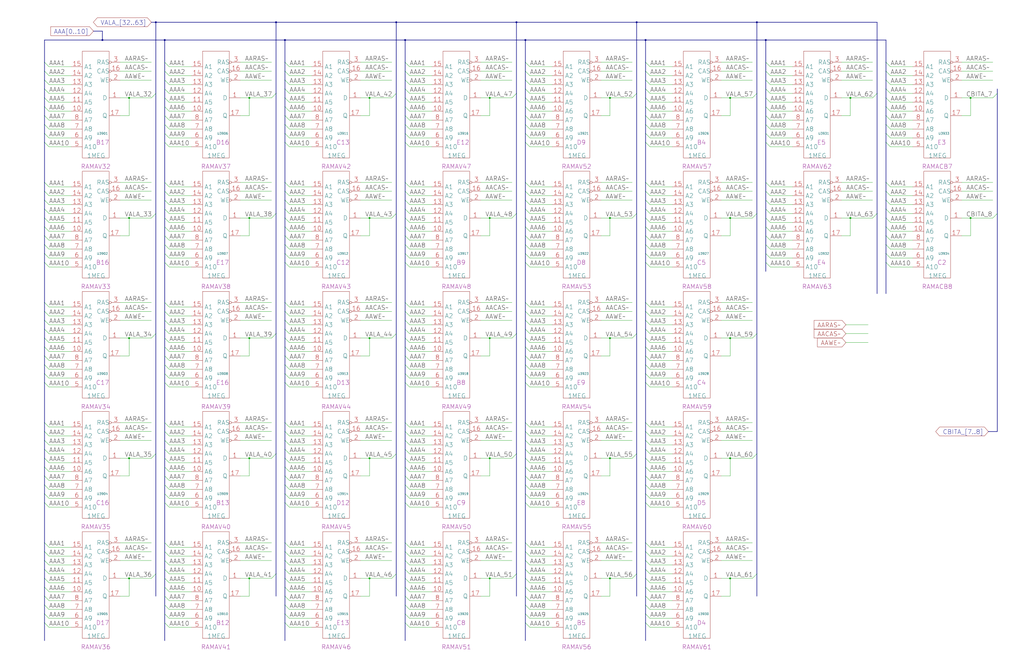
<source format=kicad_sch>
(kicad_sch (version 20211123) (generator eeschema)
  (paper "User" 584.2 378.46)
  (title_block (title "PLANEA DYNAMIC RAMS\\nVAL BITS 32 - 63\\nCHECK BITS 7 - 8") (date "08-MAR-90") (rev "0.0") (comment 1 "MEM32 BOARD") (comment 2 "232-003066") (comment 3 "S400") (comment 4 "RELEASED"))
  (bus (pts (xy 157.48 12.7) (xy 157.48 53.34)))
  (bus (pts (xy 157.48 12.7) (xy 226.06 12.7)))
  (bus (pts (xy 157.48 121.92) (xy 157.48 190.5)))
  (bus (pts (xy 157.48 190.5) (xy 157.48 259.08)))
  (bus (pts (xy 157.48 259.08) (xy 157.48 327.66)))
  (bus (pts (xy 157.48 327.66) (xy 157.48 340.36)))
  (bus (pts (xy 157.48 53.34) (xy 157.48 121.92)))
  (bus (pts (xy 162.56 104.14) (xy 162.56 109.22)))
  (bus (pts (xy 162.56 109.22) (xy 162.56 114.3)))
  (bus (pts (xy 162.56 114.3) (xy 162.56 119.38)))
  (bus (pts (xy 162.56 119.38) (xy 162.56 124.46)))
  (bus (pts (xy 162.56 124.46) (xy 162.56 129.54)))
  (bus (pts (xy 162.56 129.54) (xy 162.56 134.62)))
  (bus (pts (xy 162.56 134.62) (xy 162.56 139.7)))
  (bus (pts (xy 162.56 139.7) (xy 162.56 144.78)))
  (bus (pts (xy 162.56 144.78) (xy 162.56 149.86)))
  (bus (pts (xy 162.56 149.86) (xy 162.56 172.72)))
  (bus (pts (xy 162.56 172.72) (xy 162.56 177.8)))
  (bus (pts (xy 162.56 177.8) (xy 162.56 182.88)))
  (bus (pts (xy 162.56 182.88) (xy 162.56 187.96)))
  (bus (pts (xy 162.56 187.96) (xy 162.56 193.04)))
  (bus (pts (xy 162.56 193.04) (xy 162.56 198.12)))
  (bus (pts (xy 162.56 198.12) (xy 162.56 203.2)))
  (bus (pts (xy 162.56 203.2) (xy 162.56 208.28)))
  (bus (pts (xy 162.56 208.28) (xy 162.56 213.36)))
  (bus (pts (xy 162.56 213.36) (xy 162.56 218.44)))
  (bus (pts (xy 162.56 218.44) (xy 162.56 241.3)))
  (bus (pts (xy 162.56 22.86) (xy 162.56 35.56)))
  (bus (pts (xy 162.56 22.86) (xy 231.14 22.86)))
  (bus (pts (xy 162.56 241.3) (xy 162.56 246.38)))
  (bus (pts (xy 162.56 246.38) (xy 162.56 251.46)))
  (bus (pts (xy 162.56 251.46) (xy 162.56 256.54)))
  (bus (pts (xy 162.56 256.54) (xy 162.56 261.62)))
  (bus (pts (xy 162.56 261.62) (xy 162.56 266.7)))
  (bus (pts (xy 162.56 266.7) (xy 162.56 271.78)))
  (bus (pts (xy 162.56 271.78) (xy 162.56 276.86)))
  (bus (pts (xy 162.56 276.86) (xy 162.56 281.94)))
  (bus (pts (xy 162.56 281.94) (xy 162.56 287.02)))
  (bus (pts (xy 162.56 287.02) (xy 162.56 309.88)))
  (bus (pts (xy 162.56 309.88) (xy 162.56 314.96)))
  (bus (pts (xy 162.56 314.96) (xy 162.56 320.04)))
  (bus (pts (xy 162.56 320.04) (xy 162.56 325.12)))
  (bus (pts (xy 162.56 325.12) (xy 162.56 330.2)))
  (bus (pts (xy 162.56 330.2) (xy 162.56 335.28)))
  (bus (pts (xy 162.56 335.28) (xy 162.56 340.36)))
  (bus (pts (xy 162.56 340.36) (xy 162.56 345.44)))
  (bus (pts (xy 162.56 345.44) (xy 162.56 350.52)))
  (bus (pts (xy 162.56 35.56) (xy 162.56 40.64)))
  (bus (pts (xy 162.56 350.52) (xy 162.56 355.6)))
  (bus (pts (xy 162.56 355.6) (xy 162.56 365.76)))
  (bus (pts (xy 162.56 40.64) (xy 162.56 45.72)))
  (bus (pts (xy 162.56 45.72) (xy 162.56 50.8)))
  (bus (pts (xy 162.56 50.8) (xy 162.56 55.88)))
  (bus (pts (xy 162.56 55.88) (xy 162.56 60.96)))
  (bus (pts (xy 162.56 60.96) (xy 162.56 66.04)))
  (bus (pts (xy 162.56 66.04) (xy 162.56 71.12)))
  (bus (pts (xy 162.56 71.12) (xy 162.56 76.2)))
  (bus (pts (xy 162.56 76.2) (xy 162.56 81.28)))
  (bus (pts (xy 162.56 81.28) (xy 162.56 104.14)))
  (bus (pts (xy 226.06 12.7) (xy 226.06 53.34)))
  (bus (pts (xy 226.06 12.7) (xy 294.64 12.7)))
  (bus (pts (xy 226.06 121.92) (xy 226.06 190.5)))
  (bus (pts (xy 226.06 190.5) (xy 226.06 259.08)))
  (bus (pts (xy 226.06 259.08) (xy 226.06 327.66)))
  (bus (pts (xy 226.06 327.66) (xy 226.06 340.36)))
  (bus (pts (xy 226.06 53.34) (xy 226.06 121.92)))
  (bus (pts (xy 231.14 104.14) (xy 231.14 109.22)))
  (bus (pts (xy 231.14 109.22) (xy 231.14 114.3)))
  (bus (pts (xy 231.14 114.3) (xy 231.14 119.38)))
  (bus (pts (xy 231.14 119.38) (xy 231.14 124.46)))
  (bus (pts (xy 231.14 124.46) (xy 231.14 129.54)))
  (bus (pts (xy 231.14 129.54) (xy 231.14 134.62)))
  (bus (pts (xy 231.14 134.62) (xy 231.14 139.7)))
  (bus (pts (xy 231.14 139.7) (xy 231.14 144.78)))
  (bus (pts (xy 231.14 144.78) (xy 231.14 149.86)))
  (bus (pts (xy 231.14 149.86) (xy 231.14 172.72)))
  (bus (pts (xy 231.14 172.72) (xy 231.14 177.8)))
  (bus (pts (xy 231.14 177.8) (xy 231.14 182.88)))
  (bus (pts (xy 231.14 182.88) (xy 231.14 187.96)))
  (bus (pts (xy 231.14 187.96) (xy 231.14 193.04)))
  (bus (pts (xy 231.14 193.04) (xy 231.14 198.12)))
  (bus (pts (xy 231.14 198.12) (xy 231.14 203.2)))
  (bus (pts (xy 231.14 203.2) (xy 231.14 208.28)))
  (bus (pts (xy 231.14 208.28) (xy 231.14 213.36)))
  (bus (pts (xy 231.14 213.36) (xy 231.14 218.44)))
  (bus (pts (xy 231.14 218.44) (xy 231.14 241.3)))
  (bus (pts (xy 231.14 22.86) (xy 231.14 35.56)))
  (bus (pts (xy 231.14 22.86) (xy 299.72 22.86)))
  (bus (pts (xy 231.14 241.3) (xy 231.14 246.38)))
  (bus (pts (xy 231.14 246.38) (xy 231.14 251.46)))
  (bus (pts (xy 231.14 251.46) (xy 231.14 256.54)))
  (bus (pts (xy 231.14 256.54) (xy 231.14 261.62)))
  (bus (pts (xy 231.14 261.62) (xy 231.14 266.7)))
  (bus (pts (xy 231.14 266.7) (xy 231.14 271.78)))
  (bus (pts (xy 231.14 271.78) (xy 231.14 276.86)))
  (bus (pts (xy 231.14 276.86) (xy 231.14 281.94)))
  (bus (pts (xy 231.14 281.94) (xy 231.14 287.02)))
  (bus (pts (xy 231.14 287.02) (xy 231.14 309.88)))
  (bus (pts (xy 231.14 309.88) (xy 231.14 314.96)))
  (bus (pts (xy 231.14 314.96) (xy 231.14 320.04)))
  (bus (pts (xy 231.14 320.04) (xy 231.14 325.12)))
  (bus (pts (xy 231.14 325.12) (xy 231.14 330.2)))
  (bus (pts (xy 231.14 330.2) (xy 231.14 335.28)))
  (bus (pts (xy 231.14 335.28) (xy 231.14 340.36)))
  (bus (pts (xy 231.14 340.36) (xy 231.14 345.44)))
  (bus (pts (xy 231.14 345.44) (xy 231.14 350.52)))
  (bus (pts (xy 231.14 35.56) (xy 231.14 40.64)))
  (bus (pts (xy 231.14 350.52) (xy 231.14 355.6)))
  (bus (pts (xy 231.14 355.6) (xy 231.14 365.76)))
  (bus (pts (xy 231.14 40.64) (xy 231.14 45.72)))
  (bus (pts (xy 231.14 45.72) (xy 231.14 50.8)))
  (bus (pts (xy 231.14 50.8) (xy 231.14 55.88)))
  (bus (pts (xy 231.14 55.88) (xy 231.14 60.96)))
  (bus (pts (xy 231.14 60.96) (xy 231.14 66.04)))
  (bus (pts (xy 231.14 66.04) (xy 231.14 71.12)))
  (bus (pts (xy 231.14 71.12) (xy 231.14 76.2)))
  (bus (pts (xy 231.14 76.2) (xy 231.14 81.28)))
  (bus (pts (xy 231.14 81.28) (xy 231.14 104.14)))
  (bus (pts (xy 25.4 104.14) (xy 25.4 109.22)))
  (bus (pts (xy 25.4 109.22) (xy 25.4 114.3)))
  (bus (pts (xy 25.4 114.3) (xy 25.4 119.38)))
  (bus (pts (xy 25.4 119.38) (xy 25.4 124.46)))
  (bus (pts (xy 25.4 124.46) (xy 25.4 129.54)))
  (bus (pts (xy 25.4 129.54) (xy 25.4 134.62)))
  (bus (pts (xy 25.4 134.62) (xy 25.4 139.7)))
  (bus (pts (xy 25.4 139.7) (xy 25.4 144.78)))
  (bus (pts (xy 25.4 144.78) (xy 25.4 149.86)))
  (bus (pts (xy 25.4 149.86) (xy 25.4 172.72)))
  (bus (pts (xy 25.4 172.72) (xy 25.4 177.8)))
  (bus (pts (xy 25.4 177.8) (xy 25.4 182.88)))
  (bus (pts (xy 25.4 182.88) (xy 25.4 187.96)))
  (bus (pts (xy 25.4 187.96) (xy 25.4 193.04)))
  (bus (pts (xy 25.4 193.04) (xy 25.4 198.12)))
  (bus (pts (xy 25.4 198.12) (xy 25.4 203.2)))
  (bus (pts (xy 25.4 203.2) (xy 25.4 208.28)))
  (bus (pts (xy 25.4 208.28) (xy 25.4 213.36)))
  (bus (pts (xy 25.4 213.36) (xy 25.4 218.44)))
  (bus (pts (xy 25.4 218.44) (xy 25.4 241.3)))
  (bus (pts (xy 25.4 22.86) (xy 25.4 35.56)))
  (bus (pts (xy 25.4 22.86) (xy 58.42 22.86)))
  (bus (pts (xy 25.4 241.3) (xy 25.4 246.38)))
  (bus (pts (xy 25.4 246.38) (xy 25.4 251.46)))
  (bus (pts (xy 25.4 251.46) (xy 25.4 256.54)))
  (bus (pts (xy 25.4 256.54) (xy 25.4 261.62)))
  (bus (pts (xy 25.4 261.62) (xy 25.4 266.7)))
  (bus (pts (xy 25.4 266.7) (xy 25.4 271.78)))
  (bus (pts (xy 25.4 271.78) (xy 25.4 276.86)))
  (bus (pts (xy 25.4 276.86) (xy 25.4 281.94)))
  (bus (pts (xy 25.4 281.94) (xy 25.4 287.02)))
  (bus (pts (xy 25.4 287.02) (xy 25.4 309.88)))
  (bus (pts (xy 25.4 309.88) (xy 25.4 314.96)))
  (bus (pts (xy 25.4 314.96) (xy 25.4 320.04)))
  (bus (pts (xy 25.4 320.04) (xy 25.4 325.12)))
  (bus (pts (xy 25.4 325.12) (xy 25.4 330.2)))
  (bus (pts (xy 25.4 330.2) (xy 25.4 335.28)))
  (bus (pts (xy 25.4 335.28) (xy 25.4 340.36)))
  (bus (pts (xy 25.4 340.36) (xy 25.4 345.44)))
  (bus (pts (xy 25.4 345.44) (xy 25.4 350.52)))
  (bus (pts (xy 25.4 35.56) (xy 25.4 40.64)))
  (bus (pts (xy 25.4 350.52) (xy 25.4 355.6)))
  (bus (pts (xy 25.4 355.6) (xy 25.4 365.76)))
  (bus (pts (xy 25.4 40.64) (xy 25.4 45.72)))
  (bus (pts (xy 25.4 45.72) (xy 25.4 50.8)))
  (bus (pts (xy 25.4 50.8) (xy 25.4 55.88)))
  (bus (pts (xy 25.4 55.88) (xy 25.4 60.96)))
  (bus (pts (xy 25.4 60.96) (xy 25.4 66.04)))
  (bus (pts (xy 25.4 66.04) (xy 25.4 71.12)))
  (bus (pts (xy 25.4 71.12) (xy 25.4 76.2)))
  (bus (pts (xy 25.4 76.2) (xy 25.4 81.28)))
  (bus (pts (xy 25.4 81.28) (xy 25.4 104.14)))
  (bus (pts (xy 294.64 12.7) (xy 294.64 53.34)))
  (bus (pts (xy 294.64 12.7) (xy 363.22 12.7)))
  (bus (pts (xy 294.64 121.92) (xy 294.64 190.5)))
  (bus (pts (xy 294.64 190.5) (xy 294.64 259.08)))
  (bus (pts (xy 294.64 259.08) (xy 294.64 327.66)))
  (bus (pts (xy 294.64 327.66) (xy 294.64 340.36)))
  (bus (pts (xy 294.64 53.34) (xy 294.64 121.92)))
  (bus (pts (xy 299.72 104.14) (xy 299.72 109.22)))
  (bus (pts (xy 299.72 109.22) (xy 299.72 114.3)))
  (bus (pts (xy 299.72 114.3) (xy 299.72 119.38)))
  (bus (pts (xy 299.72 119.38) (xy 299.72 124.46)))
  (bus (pts (xy 299.72 124.46) (xy 299.72 129.54)))
  (bus (pts (xy 299.72 129.54) (xy 299.72 134.62)))
  (bus (pts (xy 299.72 134.62) (xy 299.72 139.7)))
  (bus (pts (xy 299.72 139.7) (xy 299.72 144.78)))
  (bus (pts (xy 299.72 144.78) (xy 299.72 149.86)))
  (bus (pts (xy 299.72 149.86) (xy 299.72 172.72)))
  (bus (pts (xy 299.72 172.72) (xy 299.72 177.8)))
  (bus (pts (xy 299.72 177.8) (xy 299.72 182.88)))
  (bus (pts (xy 299.72 182.88) (xy 299.72 187.96)))
  (bus (pts (xy 299.72 187.96) (xy 299.72 193.04)))
  (bus (pts (xy 299.72 193.04) (xy 299.72 198.12)))
  (bus (pts (xy 299.72 198.12) (xy 299.72 203.2)))
  (bus (pts (xy 299.72 203.2) (xy 299.72 208.28)))
  (bus (pts (xy 299.72 208.28) (xy 299.72 213.36)))
  (bus (pts (xy 299.72 213.36) (xy 299.72 218.44)))
  (bus (pts (xy 299.72 218.44) (xy 299.72 241.3)))
  (bus (pts (xy 299.72 22.86) (xy 299.72 35.56)))
  (bus (pts (xy 299.72 22.86) (xy 368.3 22.86)))
  (bus (pts (xy 299.72 241.3) (xy 299.72 246.38)))
  (bus (pts (xy 299.72 246.38) (xy 299.72 251.46)))
  (bus (pts (xy 299.72 251.46) (xy 299.72 256.54)))
  (bus (pts (xy 299.72 256.54) (xy 299.72 261.62)))
  (bus (pts (xy 299.72 261.62) (xy 299.72 266.7)))
  (bus (pts (xy 299.72 266.7) (xy 299.72 271.78)))
  (bus (pts (xy 299.72 271.78) (xy 299.72 276.86)))
  (bus (pts (xy 299.72 276.86) (xy 299.72 281.94)))
  (bus (pts (xy 299.72 281.94) (xy 299.72 287.02)))
  (bus (pts (xy 299.72 287.02) (xy 299.72 309.88)))
  (bus (pts (xy 299.72 309.88) (xy 299.72 314.96)))
  (bus (pts (xy 299.72 314.96) (xy 299.72 320.04)))
  (bus (pts (xy 299.72 320.04) (xy 299.72 325.12)))
  (bus (pts (xy 299.72 325.12) (xy 299.72 330.2)))
  (bus (pts (xy 299.72 330.2) (xy 299.72 335.28)))
  (bus (pts (xy 299.72 335.28) (xy 299.72 340.36)))
  (bus (pts (xy 299.72 340.36) (xy 299.72 345.44)))
  (bus (pts (xy 299.72 345.44) (xy 299.72 350.52)))
  (bus (pts (xy 299.72 35.56) (xy 299.72 40.64)))
  (bus (pts (xy 299.72 350.52) (xy 299.72 355.6)))
  (bus (pts (xy 299.72 355.6) (xy 299.72 365.76)))
  (bus (pts (xy 299.72 40.64) (xy 299.72 45.72)))
  (bus (pts (xy 299.72 45.72) (xy 299.72 50.8)))
  (bus (pts (xy 299.72 50.8) (xy 299.72 55.88)))
  (bus (pts (xy 299.72 55.88) (xy 299.72 60.96)))
  (bus (pts (xy 299.72 60.96) (xy 299.72 66.04)))
  (bus (pts (xy 299.72 66.04) (xy 299.72 71.12)))
  (bus (pts (xy 299.72 71.12) (xy 299.72 76.2)))
  (bus (pts (xy 299.72 76.2) (xy 299.72 81.28)))
  (bus (pts (xy 299.72 81.28) (xy 299.72 104.14)))
  (bus (pts (xy 363.22 12.7) (xy 363.22 53.34)))
  (bus (pts (xy 363.22 12.7) (xy 431.8 12.7)))
  (bus (pts (xy 363.22 121.92) (xy 363.22 190.5)))
  (bus (pts (xy 363.22 190.5) (xy 363.22 259.08)))
  (bus (pts (xy 363.22 259.08) (xy 363.22 327.66)))
  (bus (pts (xy 363.22 327.66) (xy 363.22 340.36)))
  (bus (pts (xy 363.22 53.34) (xy 363.22 121.92)))
  (bus (pts (xy 368.3 104.14) (xy 368.3 109.22)))
  (bus (pts (xy 368.3 109.22) (xy 368.3 114.3)))
  (bus (pts (xy 368.3 114.3) (xy 368.3 119.38)))
  (bus (pts (xy 368.3 119.38) (xy 368.3 124.46)))
  (bus (pts (xy 368.3 124.46) (xy 368.3 129.54)))
  (bus (pts (xy 368.3 129.54) (xy 368.3 134.62)))
  (bus (pts (xy 368.3 134.62) (xy 368.3 139.7)))
  (bus (pts (xy 368.3 139.7) (xy 368.3 144.78)))
  (bus (pts (xy 368.3 144.78) (xy 368.3 149.86)))
  (bus (pts (xy 368.3 149.86) (xy 368.3 172.72)))
  (bus (pts (xy 368.3 172.72) (xy 368.3 177.8)))
  (bus (pts (xy 368.3 177.8) (xy 368.3 182.88)))
  (bus (pts (xy 368.3 182.88) (xy 368.3 187.96)))
  (bus (pts (xy 368.3 187.96) (xy 368.3 193.04)))
  (bus (pts (xy 368.3 193.04) (xy 368.3 198.12)))
  (bus (pts (xy 368.3 198.12) (xy 368.3 203.2)))
  (bus (pts (xy 368.3 203.2) (xy 368.3 208.28)))
  (bus (pts (xy 368.3 208.28) (xy 368.3 213.36)))
  (bus (pts (xy 368.3 213.36) (xy 368.3 218.44)))
  (bus (pts (xy 368.3 218.44) (xy 368.3 241.3)))
  (bus (pts (xy 368.3 22.86) (xy 368.3 35.56)))
  (bus (pts (xy 368.3 22.86) (xy 436.88 22.86)))
  (bus (pts (xy 368.3 241.3) (xy 368.3 246.38)))
  (bus (pts (xy 368.3 246.38) (xy 368.3 251.46)))
  (bus (pts (xy 368.3 251.46) (xy 368.3 256.54)))
  (bus (pts (xy 368.3 256.54) (xy 368.3 261.62)))
  (bus (pts (xy 368.3 261.62) (xy 368.3 266.7)))
  (bus (pts (xy 368.3 266.7) (xy 368.3 271.78)))
  (bus (pts (xy 368.3 271.78) (xy 368.3 276.86)))
  (bus (pts (xy 368.3 276.86) (xy 368.3 281.94)))
  (bus (pts (xy 368.3 281.94) (xy 368.3 287.02)))
  (bus (pts (xy 368.3 287.02) (xy 368.3 309.88)))
  (bus (pts (xy 368.3 309.88) (xy 368.3 314.96)))
  (bus (pts (xy 368.3 314.96) (xy 368.3 320.04)))
  (bus (pts (xy 368.3 320.04) (xy 368.3 325.12)))
  (bus (pts (xy 368.3 325.12) (xy 368.3 330.2)))
  (bus (pts (xy 368.3 330.2) (xy 368.3 335.28)))
  (bus (pts (xy 368.3 335.28) (xy 368.3 340.36)))
  (bus (pts (xy 368.3 340.36) (xy 368.3 345.44)))
  (bus (pts (xy 368.3 345.44) (xy 368.3 350.52)))
  (bus (pts (xy 368.3 35.56) (xy 368.3 40.64)))
  (bus (pts (xy 368.3 350.52) (xy 368.3 355.6)))
  (bus (pts (xy 368.3 355.6) (xy 368.3 365.76)))
  (bus (pts (xy 368.3 40.64) (xy 368.3 45.72)))
  (bus (pts (xy 368.3 45.72) (xy 368.3 50.8)))
  (bus (pts (xy 368.3 50.8) (xy 368.3 55.88)))
  (bus (pts (xy 368.3 55.88) (xy 368.3 60.96)))
  (bus (pts (xy 368.3 60.96) (xy 368.3 66.04)))
  (bus (pts (xy 368.3 66.04) (xy 368.3 71.12)))
  (bus (pts (xy 368.3 71.12) (xy 368.3 76.2)))
  (bus (pts (xy 368.3 76.2) (xy 368.3 81.28)))
  (bus (pts (xy 368.3 81.28) (xy 368.3 104.14)))
  (bus (pts (xy 431.8 12.7) (xy 431.8 53.34)))
  (bus (pts (xy 431.8 12.7) (xy 500.38 12.7)))
  (bus (pts (xy 431.8 121.92) (xy 431.8 190.5)))
  (bus (pts (xy 431.8 190.5) (xy 431.8 259.08)))
  (bus (pts (xy 431.8 259.08) (xy 431.8 327.66)))
  (bus (pts (xy 431.8 327.66) (xy 431.8 340.36)))
  (bus (pts (xy 431.8 53.34) (xy 431.8 121.92)))
  (bus (pts (xy 436.88 104.14) (xy 436.88 109.22)))
  (bus (pts (xy 436.88 109.22) (xy 436.88 114.3)))
  (bus (pts (xy 436.88 114.3) (xy 436.88 119.38)))
  (bus (pts (xy 436.88 119.38) (xy 436.88 124.46)))
  (bus (pts (xy 436.88 124.46) (xy 436.88 129.54)))
  (bus (pts (xy 436.88 129.54) (xy 436.88 134.62)))
  (bus (pts (xy 436.88 134.62) (xy 436.88 139.7)))
  (bus (pts (xy 436.88 139.7) (xy 436.88 144.78)))
  (bus (pts (xy 436.88 144.78) (xy 436.88 149.86)))
  (bus (pts (xy 436.88 149.86) (xy 436.88 154.94)))
  (bus (pts (xy 436.88 22.86) (xy 436.88 35.56)))
  (bus (pts (xy 436.88 22.86) (xy 505.46 22.86)))
  (bus (pts (xy 436.88 35.56) (xy 436.88 40.64)))
  (bus (pts (xy 436.88 40.64) (xy 436.88 45.72)))
  (bus (pts (xy 436.88 45.72) (xy 436.88 50.8)))
  (bus (pts (xy 436.88 50.8) (xy 436.88 55.88)))
  (bus (pts (xy 436.88 55.88) (xy 436.88 60.96)))
  (bus (pts (xy 436.88 60.96) (xy 436.88 66.04)))
  (bus (pts (xy 436.88 66.04) (xy 436.88 71.12)))
  (bus (pts (xy 436.88 71.12) (xy 436.88 76.2)))
  (bus (pts (xy 436.88 76.2) (xy 436.88 81.28)))
  (bus (pts (xy 436.88 81.28) (xy 436.88 104.14)))
  (bus (pts (xy 500.38 12.7) (xy 500.38 53.34)))
  (bus (pts (xy 500.38 121.92) (xy 500.38 167.64)))
  (bus (pts (xy 500.38 53.34) (xy 500.38 121.92)))
  (bus (pts (xy 505.46 104.14) (xy 505.46 109.22)))
  (bus (pts (xy 505.46 109.22) (xy 505.46 114.3)))
  (bus (pts (xy 505.46 114.3) (xy 505.46 119.38)))
  (bus (pts (xy 505.46 119.38) (xy 505.46 124.46)))
  (bus (pts (xy 505.46 124.46) (xy 505.46 129.54)))
  (bus (pts (xy 505.46 129.54) (xy 505.46 134.62)))
  (bus (pts (xy 505.46 134.62) (xy 505.46 139.7)))
  (bus (pts (xy 505.46 139.7) (xy 505.46 144.78)))
  (bus (pts (xy 505.46 144.78) (xy 505.46 149.86)))
  (bus (pts (xy 505.46 149.86) (xy 505.46 167.64)))
  (bus (pts (xy 505.46 22.86) (xy 505.46 35.56)))
  (bus (pts (xy 505.46 35.56) (xy 505.46 40.64)))
  (bus (pts (xy 505.46 40.64) (xy 505.46 45.72)))
  (bus (pts (xy 505.46 45.72) (xy 505.46 50.8)))
  (bus (pts (xy 505.46 50.8) (xy 505.46 55.88)))
  (bus (pts (xy 505.46 55.88) (xy 505.46 60.96)))
  (bus (pts (xy 505.46 60.96) (xy 505.46 66.04)))
  (bus (pts (xy 505.46 66.04) (xy 505.46 71.12)))
  (bus (pts (xy 505.46 71.12) (xy 505.46 76.2)))
  (bus (pts (xy 505.46 76.2) (xy 505.46 81.28)))
  (bus (pts (xy 505.46 81.28) (xy 505.46 104.14)))
  (bus (pts (xy 53.34 17.78) (xy 58.42 17.78)))
  (bus (pts (xy 563.88 246.38) (xy 568.96 246.38)))
  (bus (pts (xy 568.96 121.92) (xy 568.96 246.38)))
  (bus (pts (xy 568.96 50.8) (xy 568.96 53.34)))
  (bus (pts (xy 568.96 53.34) (xy 568.96 121.92)))
  (bus (pts (xy 58.42 17.78) (xy 58.42 22.86)))
  (bus (pts (xy 58.42 22.86) (xy 93.98 22.86)))
  (bus (pts (xy 86.36 12.7) (xy 88.9 12.7)))
  (bus (pts (xy 88.9 12.7) (xy 157.48 12.7)))
  (bus (pts (xy 88.9 12.7) (xy 88.9 53.34)))
  (bus (pts (xy 88.9 121.92) (xy 88.9 190.5)))
  (bus (pts (xy 88.9 190.5) (xy 88.9 259.08)))
  (bus (pts (xy 88.9 259.08) (xy 88.9 327.66)))
  (bus (pts (xy 88.9 327.66) (xy 88.9 340.36)))
  (bus (pts (xy 88.9 53.34) (xy 88.9 121.92)))
  (bus (pts (xy 93.98 104.14) (xy 93.98 109.22)))
  (bus (pts (xy 93.98 109.22) (xy 93.98 114.3)))
  (bus (pts (xy 93.98 114.3) (xy 93.98 119.38)))
  (bus (pts (xy 93.98 119.38) (xy 93.98 124.46)))
  (bus (pts (xy 93.98 124.46) (xy 93.98 129.54)))
  (bus (pts (xy 93.98 129.54) (xy 93.98 134.62)))
  (bus (pts (xy 93.98 134.62) (xy 93.98 139.7)))
  (bus (pts (xy 93.98 139.7) (xy 93.98 144.78)))
  (bus (pts (xy 93.98 144.78) (xy 93.98 149.86)))
  (bus (pts (xy 93.98 149.86) (xy 93.98 172.72)))
  (bus (pts (xy 93.98 172.72) (xy 93.98 177.8)))
  (bus (pts (xy 93.98 177.8) (xy 93.98 182.88)))
  (bus (pts (xy 93.98 182.88) (xy 93.98 187.96)))
  (bus (pts (xy 93.98 187.96) (xy 93.98 193.04)))
  (bus (pts (xy 93.98 193.04) (xy 93.98 198.12)))
  (bus (pts (xy 93.98 198.12) (xy 93.98 203.2)))
  (bus (pts (xy 93.98 203.2) (xy 93.98 208.28)))
  (bus (pts (xy 93.98 208.28) (xy 93.98 213.36)))
  (bus (pts (xy 93.98 213.36) (xy 93.98 218.44)))
  (bus (pts (xy 93.98 218.44) (xy 93.98 241.3)))
  (bus (pts (xy 93.98 22.86) (xy 162.56 22.86)))
  (bus (pts (xy 93.98 22.86) (xy 93.98 35.56)))
  (bus (pts (xy 93.98 241.3) (xy 93.98 246.38)))
  (bus (pts (xy 93.98 246.38) (xy 93.98 251.46)))
  (bus (pts (xy 93.98 251.46) (xy 93.98 256.54)))
  (bus (pts (xy 93.98 256.54) (xy 93.98 261.62)))
  (bus (pts (xy 93.98 261.62) (xy 93.98 266.7)))
  (bus (pts (xy 93.98 266.7) (xy 93.98 271.78)))
  (bus (pts (xy 93.98 271.78) (xy 93.98 276.86)))
  (bus (pts (xy 93.98 276.86) (xy 93.98 281.94)))
  (bus (pts (xy 93.98 281.94) (xy 93.98 287.02)))
  (bus (pts (xy 93.98 287.02) (xy 93.98 309.88)))
  (bus (pts (xy 93.98 309.88) (xy 93.98 314.96)))
  (bus (pts (xy 93.98 314.96) (xy 93.98 320.04)))
  (bus (pts (xy 93.98 320.04) (xy 93.98 325.12)))
  (bus (pts (xy 93.98 325.12) (xy 93.98 330.2)))
  (bus (pts (xy 93.98 330.2) (xy 93.98 335.28)))
  (bus (pts (xy 93.98 335.28) (xy 93.98 340.36)))
  (bus (pts (xy 93.98 340.36) (xy 93.98 345.44)))
  (bus (pts (xy 93.98 345.44) (xy 93.98 350.52)))
  (bus (pts (xy 93.98 35.56) (xy 93.98 40.64)))
  (bus (pts (xy 93.98 350.52) (xy 93.98 355.6)))
  (bus (pts (xy 93.98 355.6) (xy 93.98 365.76)))
  (bus (pts (xy 93.98 40.64) (xy 93.98 45.72)))
  (bus (pts (xy 93.98 45.72) (xy 93.98 50.8)))
  (bus (pts (xy 93.98 50.8) (xy 93.98 55.88)))
  (bus (pts (xy 93.98 55.88) (xy 93.98 60.96)))
  (bus (pts (xy 93.98 60.96) (xy 93.98 66.04)))
  (bus (pts (xy 93.98 66.04) (xy 93.98 71.12)))
  (bus (pts (xy 93.98 71.12) (xy 93.98 76.2)))
  (bus (pts (xy 93.98 76.2) (xy 93.98 81.28)))
  (bus (pts (xy 93.98 81.28) (xy 93.98 104.14)))
  (wire (pts (xy 137.16 104.14) (xy 154.94 104.14)))
  (wire (pts (xy 137.16 109.22) (xy 154.94 109.22)))
  (wire (pts (xy 137.16 114.3) (xy 154.94 114.3)))
  (wire (pts (xy 137.16 124.46) (xy 142.24 124.46)))
  (wire (pts (xy 137.16 134.62) (xy 142.24 134.62)))
  (wire (pts (xy 137.16 172.72) (xy 154.94 172.72)))
  (wire (pts (xy 137.16 177.8) (xy 154.94 177.8)))
  (wire (pts (xy 137.16 182.88) (xy 154.94 182.88)))
  (wire (pts (xy 137.16 193.04) (xy 142.24 193.04)))
  (wire (pts (xy 137.16 203.2) (xy 142.24 203.2)))
  (wire (pts (xy 137.16 241.3) (xy 154.94 241.3)))
  (wire (pts (xy 137.16 246.38) (xy 154.94 246.38)))
  (wire (pts (xy 137.16 251.46) (xy 154.94 251.46)))
  (wire (pts (xy 137.16 261.62) (xy 142.24 261.62)))
  (wire (pts (xy 137.16 271.78) (xy 142.24 271.78)))
  (wire (pts (xy 137.16 309.88) (xy 154.94 309.88)))
  (wire (pts (xy 137.16 314.96) (xy 154.94 314.96)))
  (wire (pts (xy 137.16 320.04) (xy 154.94 320.04)))
  (wire (pts (xy 137.16 330.2) (xy 142.24 330.2)))
  (wire (pts (xy 137.16 340.36) (xy 142.24 340.36)))
  (wire (pts (xy 137.16 35.56) (xy 154.94 35.56)))
  (wire (pts (xy 137.16 40.64) (xy 154.94 40.64)))
  (wire (pts (xy 137.16 45.72) (xy 154.94 45.72)))
  (wire (pts (xy 137.16 55.88) (xy 142.24 55.88)))
  (wire (pts (xy 137.16 66.04) (xy 142.24 66.04)))
  (wire (pts (xy 142.24 124.46) (xy 154.94 124.46)))
  (wire (pts (xy 142.24 134.62) (xy 142.24 124.46)))
  (wire (pts (xy 142.24 193.04) (xy 154.94 193.04)))
  (wire (pts (xy 142.24 203.2) (xy 142.24 193.04)))
  (wire (pts (xy 142.24 261.62) (xy 154.94 261.62)))
  (wire (pts (xy 142.24 271.78) (xy 142.24 261.62)))
  (wire (pts (xy 142.24 330.2) (xy 154.94 330.2)))
  (wire (pts (xy 142.24 340.36) (xy 142.24 330.2)))
  (wire (pts (xy 142.24 55.88) (xy 154.94 55.88)))
  (wire (pts (xy 142.24 66.04) (xy 142.24 55.88)))
  (wire (pts (xy 165.1 106.68) (xy 177.8 106.68)))
  (wire (pts (xy 165.1 111.76) (xy 177.8 111.76)))
  (wire (pts (xy 165.1 116.84) (xy 177.8 116.84)))
  (wire (pts (xy 165.1 121.92) (xy 177.8 121.92)))
  (wire (pts (xy 165.1 127) (xy 177.8 127)))
  (wire (pts (xy 165.1 132.08) (xy 177.8 132.08)))
  (wire (pts (xy 165.1 137.16) (xy 177.8 137.16)))
  (wire (pts (xy 165.1 142.24) (xy 177.8 142.24)))
  (wire (pts (xy 165.1 147.32) (xy 177.8 147.32)))
  (wire (pts (xy 165.1 152.4) (xy 177.8 152.4)))
  (wire (pts (xy 165.1 175.26) (xy 177.8 175.26)))
  (wire (pts (xy 165.1 180.34) (xy 177.8 180.34)))
  (wire (pts (xy 165.1 185.42) (xy 177.8 185.42)))
  (wire (pts (xy 165.1 190.5) (xy 177.8 190.5)))
  (wire (pts (xy 165.1 195.58) (xy 177.8 195.58)))
  (wire (pts (xy 165.1 200.66) (xy 177.8 200.66)))
  (wire (pts (xy 165.1 205.74) (xy 177.8 205.74)))
  (wire (pts (xy 165.1 210.82) (xy 177.8 210.82)))
  (wire (pts (xy 165.1 215.9) (xy 177.8 215.9)))
  (wire (pts (xy 165.1 220.98) (xy 177.8 220.98)))
  (wire (pts (xy 165.1 243.84) (xy 177.8 243.84)))
  (wire (pts (xy 165.1 248.92) (xy 177.8 248.92)))
  (wire (pts (xy 165.1 254) (xy 177.8 254)))
  (wire (pts (xy 165.1 259.08) (xy 177.8 259.08)))
  (wire (pts (xy 165.1 264.16) (xy 177.8 264.16)))
  (wire (pts (xy 165.1 269.24) (xy 177.8 269.24)))
  (wire (pts (xy 165.1 274.32) (xy 177.8 274.32)))
  (wire (pts (xy 165.1 279.4) (xy 177.8 279.4)))
  (wire (pts (xy 165.1 284.48) (xy 177.8 284.48)))
  (wire (pts (xy 165.1 289.56) (xy 177.8 289.56)))
  (wire (pts (xy 165.1 312.42) (xy 177.8 312.42)))
  (wire (pts (xy 165.1 317.5) (xy 177.8 317.5)))
  (wire (pts (xy 165.1 322.58) (xy 177.8 322.58)))
  (wire (pts (xy 165.1 327.66) (xy 177.8 327.66)))
  (wire (pts (xy 165.1 332.74) (xy 177.8 332.74)))
  (wire (pts (xy 165.1 337.82) (xy 177.8 337.82)))
  (wire (pts (xy 165.1 342.9) (xy 177.8 342.9)))
  (wire (pts (xy 165.1 347.98) (xy 177.8 347.98)))
  (wire (pts (xy 165.1 353.06) (xy 177.8 353.06)))
  (wire (pts (xy 165.1 358.14) (xy 177.8 358.14)))
  (wire (pts (xy 165.1 38.1) (xy 177.8 38.1)))
  (wire (pts (xy 165.1 43.18) (xy 177.8 43.18)))
  (wire (pts (xy 165.1 48.26) (xy 177.8 48.26)))
  (wire (pts (xy 165.1 53.34) (xy 177.8 53.34)))
  (wire (pts (xy 165.1 58.42) (xy 177.8 58.42)))
  (wire (pts (xy 165.1 63.5) (xy 177.8 63.5)))
  (wire (pts (xy 165.1 68.58) (xy 177.8 68.58)))
  (wire (pts (xy 165.1 73.66) (xy 177.8 73.66)))
  (wire (pts (xy 165.1 78.74) (xy 177.8 78.74)))
  (wire (pts (xy 165.1 83.82) (xy 177.8 83.82)))
  (wire (pts (xy 205.74 104.14) (xy 223.52 104.14)))
  (wire (pts (xy 205.74 109.22) (xy 223.52 109.22)))
  (wire (pts (xy 205.74 114.3) (xy 223.52 114.3)))
  (wire (pts (xy 205.74 124.46) (xy 210.82 124.46)))
  (wire (pts (xy 205.74 134.62) (xy 210.82 134.62)))
  (wire (pts (xy 205.74 172.72) (xy 223.52 172.72)))
  (wire (pts (xy 205.74 177.8) (xy 223.52 177.8)))
  (wire (pts (xy 205.74 182.88) (xy 223.52 182.88)))
  (wire (pts (xy 205.74 193.04) (xy 210.82 193.04)))
  (wire (pts (xy 205.74 203.2) (xy 210.82 203.2)))
  (wire (pts (xy 205.74 241.3) (xy 223.52 241.3)))
  (wire (pts (xy 205.74 246.38) (xy 223.52 246.38)))
  (wire (pts (xy 205.74 251.46) (xy 223.52 251.46)))
  (wire (pts (xy 205.74 261.62) (xy 210.82 261.62)))
  (wire (pts (xy 205.74 271.78) (xy 210.82 271.78)))
  (wire (pts (xy 205.74 309.88) (xy 223.52 309.88)))
  (wire (pts (xy 205.74 314.96) (xy 223.52 314.96)))
  (wire (pts (xy 205.74 320.04) (xy 223.52 320.04)))
  (wire (pts (xy 205.74 330.2) (xy 210.82 330.2)))
  (wire (pts (xy 205.74 340.36) (xy 210.82 340.36)))
  (wire (pts (xy 205.74 35.56) (xy 223.52 35.56)))
  (wire (pts (xy 205.74 40.64) (xy 223.52 40.64)))
  (wire (pts (xy 205.74 45.72) (xy 223.52 45.72)))
  (wire (pts (xy 205.74 55.88) (xy 210.82 55.88)))
  (wire (pts (xy 205.74 66.04) (xy 210.82 66.04)))
  (wire (pts (xy 210.82 124.46) (xy 223.52 124.46)))
  (wire (pts (xy 210.82 134.62) (xy 210.82 124.46)))
  (wire (pts (xy 210.82 193.04) (xy 223.52 193.04)))
  (wire (pts (xy 210.82 203.2) (xy 210.82 193.04)))
  (wire (pts (xy 210.82 261.62) (xy 223.52 261.62)))
  (wire (pts (xy 210.82 271.78) (xy 210.82 261.62)))
  (wire (pts (xy 210.82 330.2) (xy 223.52 330.2)))
  (wire (pts (xy 210.82 340.36) (xy 210.82 330.2)))
  (wire (pts (xy 210.82 55.88) (xy 223.52 55.88)))
  (wire (pts (xy 210.82 66.04) (xy 210.82 55.88)))
  (wire (pts (xy 233.68 106.68) (xy 246.38 106.68)))
  (wire (pts (xy 233.68 111.76) (xy 246.38 111.76)))
  (wire (pts (xy 233.68 116.84) (xy 246.38 116.84)))
  (wire (pts (xy 233.68 121.92) (xy 246.38 121.92)))
  (wire (pts (xy 233.68 127) (xy 246.38 127)))
  (wire (pts (xy 233.68 132.08) (xy 246.38 132.08)))
  (wire (pts (xy 233.68 137.16) (xy 246.38 137.16)))
  (wire (pts (xy 233.68 142.24) (xy 246.38 142.24)))
  (wire (pts (xy 233.68 147.32) (xy 246.38 147.32)))
  (wire (pts (xy 233.68 152.4) (xy 246.38 152.4)))
  (wire (pts (xy 233.68 175.26) (xy 246.38 175.26)))
  (wire (pts (xy 233.68 180.34) (xy 246.38 180.34)))
  (wire (pts (xy 233.68 185.42) (xy 246.38 185.42)))
  (wire (pts (xy 233.68 190.5) (xy 246.38 190.5)))
  (wire (pts (xy 233.68 195.58) (xy 246.38 195.58)))
  (wire (pts (xy 233.68 200.66) (xy 246.38 200.66)))
  (wire (pts (xy 233.68 205.74) (xy 246.38 205.74)))
  (wire (pts (xy 233.68 210.82) (xy 246.38 210.82)))
  (wire (pts (xy 233.68 215.9) (xy 246.38 215.9)))
  (wire (pts (xy 233.68 220.98) (xy 246.38 220.98)))
  (wire (pts (xy 233.68 243.84) (xy 246.38 243.84)))
  (wire (pts (xy 233.68 248.92) (xy 246.38 248.92)))
  (wire (pts (xy 233.68 254) (xy 246.38 254)))
  (wire (pts (xy 233.68 259.08) (xy 246.38 259.08)))
  (wire (pts (xy 233.68 264.16) (xy 246.38 264.16)))
  (wire (pts (xy 233.68 269.24) (xy 246.38 269.24)))
  (wire (pts (xy 233.68 274.32) (xy 246.38 274.32)))
  (wire (pts (xy 233.68 279.4) (xy 246.38 279.4)))
  (wire (pts (xy 233.68 284.48) (xy 246.38 284.48)))
  (wire (pts (xy 233.68 289.56) (xy 246.38 289.56)))
  (wire (pts (xy 233.68 312.42) (xy 246.38 312.42)))
  (wire (pts (xy 233.68 317.5) (xy 246.38 317.5)))
  (wire (pts (xy 233.68 322.58) (xy 246.38 322.58)))
  (wire (pts (xy 233.68 327.66) (xy 246.38 327.66)))
  (wire (pts (xy 233.68 332.74) (xy 246.38 332.74)))
  (wire (pts (xy 233.68 337.82) (xy 246.38 337.82)))
  (wire (pts (xy 233.68 342.9) (xy 246.38 342.9)))
  (wire (pts (xy 233.68 347.98) (xy 246.38 347.98)))
  (wire (pts (xy 233.68 353.06) (xy 246.38 353.06)))
  (wire (pts (xy 233.68 358.14) (xy 246.38 358.14)))
  (wire (pts (xy 233.68 38.1) (xy 246.38 38.1)))
  (wire (pts (xy 233.68 43.18) (xy 246.38 43.18)))
  (wire (pts (xy 233.68 48.26) (xy 246.38 48.26)))
  (wire (pts (xy 233.68 53.34) (xy 246.38 53.34)))
  (wire (pts (xy 233.68 58.42) (xy 246.38 58.42)))
  (wire (pts (xy 233.68 63.5) (xy 246.38 63.5)))
  (wire (pts (xy 233.68 68.58) (xy 246.38 68.58)))
  (wire (pts (xy 233.68 73.66) (xy 246.38 73.66)))
  (wire (pts (xy 233.68 78.74) (xy 246.38 78.74)))
  (wire (pts (xy 233.68 83.82) (xy 246.38 83.82)))
  (wire (pts (xy 27.94 106.68) (xy 40.64 106.68)))
  (wire (pts (xy 27.94 111.76) (xy 40.64 111.76)))
  (wire (pts (xy 27.94 116.84) (xy 40.64 116.84)))
  (wire (pts (xy 27.94 121.92) (xy 40.64 121.92)))
  (wire (pts (xy 27.94 127) (xy 40.64 127)))
  (wire (pts (xy 27.94 132.08) (xy 40.64 132.08)))
  (wire (pts (xy 27.94 137.16) (xy 40.64 137.16)))
  (wire (pts (xy 27.94 142.24) (xy 40.64 142.24)))
  (wire (pts (xy 27.94 147.32) (xy 40.64 147.32)))
  (wire (pts (xy 27.94 152.4) (xy 40.64 152.4)))
  (wire (pts (xy 27.94 175.26) (xy 40.64 175.26)))
  (wire (pts (xy 27.94 180.34) (xy 40.64 180.34)))
  (wire (pts (xy 27.94 185.42) (xy 40.64 185.42)))
  (wire (pts (xy 27.94 190.5) (xy 40.64 190.5)))
  (wire (pts (xy 27.94 195.58) (xy 40.64 195.58)))
  (wire (pts (xy 27.94 200.66) (xy 40.64 200.66)))
  (wire (pts (xy 27.94 205.74) (xy 40.64 205.74)))
  (wire (pts (xy 27.94 210.82) (xy 40.64 210.82)))
  (wire (pts (xy 27.94 215.9) (xy 40.64 215.9)))
  (wire (pts (xy 27.94 220.98) (xy 40.64 220.98)))
  (wire (pts (xy 27.94 243.84) (xy 40.64 243.84)))
  (wire (pts (xy 27.94 248.92) (xy 40.64 248.92)))
  (wire (pts (xy 27.94 254) (xy 40.64 254)))
  (wire (pts (xy 27.94 259.08) (xy 40.64 259.08)))
  (wire (pts (xy 27.94 264.16) (xy 40.64 264.16)))
  (wire (pts (xy 27.94 269.24) (xy 40.64 269.24)))
  (wire (pts (xy 27.94 274.32) (xy 40.64 274.32)))
  (wire (pts (xy 27.94 279.4) (xy 40.64 279.4)))
  (wire (pts (xy 27.94 284.48) (xy 40.64 284.48)))
  (wire (pts (xy 27.94 289.56) (xy 40.64 289.56)))
  (wire (pts (xy 27.94 312.42) (xy 40.64 312.42)))
  (wire (pts (xy 27.94 317.5) (xy 40.64 317.5)))
  (wire (pts (xy 27.94 322.58) (xy 40.64 322.58)))
  (wire (pts (xy 27.94 327.66) (xy 40.64 327.66)))
  (wire (pts (xy 27.94 332.74) (xy 40.64 332.74)))
  (wire (pts (xy 27.94 337.82) (xy 40.64 337.82)))
  (wire (pts (xy 27.94 342.9) (xy 40.64 342.9)))
  (wire (pts (xy 27.94 347.98) (xy 40.64 347.98)))
  (wire (pts (xy 27.94 353.06) (xy 40.64 353.06)))
  (wire (pts (xy 27.94 358.14) (xy 40.64 358.14)))
  (wire (pts (xy 27.94 38.1) (xy 40.64 38.1)))
  (wire (pts (xy 27.94 43.18) (xy 40.64 43.18)))
  (wire (pts (xy 27.94 48.26) (xy 40.64 48.26)))
  (wire (pts (xy 27.94 53.34) (xy 40.64 53.34)))
  (wire (pts (xy 27.94 58.42) (xy 40.64 58.42)))
  (wire (pts (xy 27.94 63.5) (xy 40.64 63.5)))
  (wire (pts (xy 27.94 68.58) (xy 40.64 68.58)))
  (wire (pts (xy 27.94 73.66) (xy 40.64 73.66)))
  (wire (pts (xy 27.94 78.74) (xy 40.64 78.74)))
  (wire (pts (xy 27.94 83.82) (xy 40.64 83.82)))
  (wire (pts (xy 274.32 104.14) (xy 292.1 104.14)))
  (wire (pts (xy 274.32 109.22) (xy 292.1 109.22)))
  (wire (pts (xy 274.32 114.3) (xy 292.1 114.3)))
  (wire (pts (xy 274.32 124.46) (xy 279.4 124.46)))
  (wire (pts (xy 274.32 134.62) (xy 279.4 134.62)))
  (wire (pts (xy 274.32 172.72) (xy 292.1 172.72)))
  (wire (pts (xy 274.32 177.8) (xy 292.1 177.8)))
  (wire (pts (xy 274.32 182.88) (xy 292.1 182.88)))
  (wire (pts (xy 274.32 193.04) (xy 279.4 193.04)))
  (wire (pts (xy 274.32 203.2) (xy 279.4 203.2)))
  (wire (pts (xy 274.32 241.3) (xy 292.1 241.3)))
  (wire (pts (xy 274.32 246.38) (xy 292.1 246.38)))
  (wire (pts (xy 274.32 251.46) (xy 292.1 251.46)))
  (wire (pts (xy 274.32 261.62) (xy 279.4 261.62)))
  (wire (pts (xy 274.32 271.78) (xy 279.4 271.78)))
  (wire (pts (xy 274.32 309.88) (xy 292.1 309.88)))
  (wire (pts (xy 274.32 314.96) (xy 292.1 314.96)))
  (wire (pts (xy 274.32 320.04) (xy 292.1 320.04)))
  (wire (pts (xy 274.32 330.2) (xy 279.4 330.2)))
  (wire (pts (xy 274.32 340.36) (xy 279.4 340.36)))
  (wire (pts (xy 274.32 35.56) (xy 292.1 35.56)))
  (wire (pts (xy 274.32 40.64) (xy 292.1 40.64)))
  (wire (pts (xy 274.32 45.72) (xy 292.1 45.72)))
  (wire (pts (xy 274.32 55.88) (xy 279.4 55.88)))
  (wire (pts (xy 274.32 66.04) (xy 279.4 66.04)))
  (wire (pts (xy 279.4 124.46) (xy 292.1 124.46)))
  (wire (pts (xy 279.4 134.62) (xy 279.4 124.46)))
  (wire (pts (xy 279.4 193.04) (xy 292.1 193.04)))
  (wire (pts (xy 279.4 203.2) (xy 279.4 193.04)))
  (wire (pts (xy 279.4 261.62) (xy 292.1 261.62)))
  (wire (pts (xy 279.4 271.78) (xy 279.4 261.62)))
  (wire (pts (xy 279.4 330.2) (xy 292.1 330.2)))
  (wire (pts (xy 279.4 340.36) (xy 279.4 330.2)))
  (wire (pts (xy 279.4 55.88) (xy 292.1 55.88)))
  (wire (pts (xy 279.4 66.04) (xy 279.4 55.88)))
  (wire (pts (xy 302.26 106.68) (xy 314.96 106.68)))
  (wire (pts (xy 302.26 111.76) (xy 314.96 111.76)))
  (wire (pts (xy 302.26 116.84) (xy 314.96 116.84)))
  (wire (pts (xy 302.26 121.92) (xy 314.96 121.92)))
  (wire (pts (xy 302.26 127) (xy 314.96 127)))
  (wire (pts (xy 302.26 132.08) (xy 314.96 132.08)))
  (wire (pts (xy 302.26 137.16) (xy 314.96 137.16)))
  (wire (pts (xy 302.26 142.24) (xy 314.96 142.24)))
  (wire (pts (xy 302.26 147.32) (xy 314.96 147.32)))
  (wire (pts (xy 302.26 152.4) (xy 314.96 152.4)))
  (wire (pts (xy 302.26 175.26) (xy 314.96 175.26)))
  (wire (pts (xy 302.26 180.34) (xy 314.96 180.34)))
  (wire (pts (xy 302.26 185.42) (xy 314.96 185.42)))
  (wire (pts (xy 302.26 190.5) (xy 314.96 190.5)))
  (wire (pts (xy 302.26 195.58) (xy 314.96 195.58)))
  (wire (pts (xy 302.26 200.66) (xy 314.96 200.66)))
  (wire (pts (xy 302.26 205.74) (xy 314.96 205.74)))
  (wire (pts (xy 302.26 210.82) (xy 314.96 210.82)))
  (wire (pts (xy 302.26 215.9) (xy 314.96 215.9)))
  (wire (pts (xy 302.26 220.98) (xy 314.96 220.98)))
  (wire (pts (xy 302.26 243.84) (xy 314.96 243.84)))
  (wire (pts (xy 302.26 248.92) (xy 314.96 248.92)))
  (wire (pts (xy 302.26 254) (xy 314.96 254)))
  (wire (pts (xy 302.26 259.08) (xy 314.96 259.08)))
  (wire (pts (xy 302.26 264.16) (xy 314.96 264.16)))
  (wire (pts (xy 302.26 269.24) (xy 314.96 269.24)))
  (wire (pts (xy 302.26 274.32) (xy 314.96 274.32)))
  (wire (pts (xy 302.26 279.4) (xy 314.96 279.4)))
  (wire (pts (xy 302.26 284.48) (xy 314.96 284.48)))
  (wire (pts (xy 302.26 289.56) (xy 314.96 289.56)))
  (wire (pts (xy 302.26 312.42) (xy 314.96 312.42)))
  (wire (pts (xy 302.26 317.5) (xy 314.96 317.5)))
  (wire (pts (xy 302.26 322.58) (xy 314.96 322.58)))
  (wire (pts (xy 302.26 327.66) (xy 314.96 327.66)))
  (wire (pts (xy 302.26 332.74) (xy 314.96 332.74)))
  (wire (pts (xy 302.26 337.82) (xy 314.96 337.82)))
  (wire (pts (xy 302.26 342.9) (xy 314.96 342.9)))
  (wire (pts (xy 302.26 347.98) (xy 314.96 347.98)))
  (wire (pts (xy 302.26 353.06) (xy 314.96 353.06)))
  (wire (pts (xy 302.26 358.14) (xy 314.96 358.14)))
  (wire (pts (xy 302.26 38.1) (xy 314.96 38.1)))
  (wire (pts (xy 302.26 43.18) (xy 314.96 43.18)))
  (wire (pts (xy 302.26 48.26) (xy 314.96 48.26)))
  (wire (pts (xy 302.26 53.34) (xy 314.96 53.34)))
  (wire (pts (xy 302.26 58.42) (xy 314.96 58.42)))
  (wire (pts (xy 302.26 63.5) (xy 314.96 63.5)))
  (wire (pts (xy 302.26 68.58) (xy 314.96 68.58)))
  (wire (pts (xy 302.26 73.66) (xy 314.96 73.66)))
  (wire (pts (xy 302.26 78.74) (xy 314.96 78.74)))
  (wire (pts (xy 302.26 83.82) (xy 314.96 83.82)))
  (wire (pts (xy 342.9 104.14) (xy 360.68 104.14)))
  (wire (pts (xy 342.9 109.22) (xy 360.68 109.22)))
  (wire (pts (xy 342.9 114.3) (xy 360.68 114.3)))
  (wire (pts (xy 342.9 124.46) (xy 347.98 124.46)))
  (wire (pts (xy 342.9 134.62) (xy 347.98 134.62)))
  (wire (pts (xy 342.9 172.72) (xy 360.68 172.72)))
  (wire (pts (xy 342.9 177.8) (xy 360.68 177.8)))
  (wire (pts (xy 342.9 182.88) (xy 360.68 182.88)))
  (wire (pts (xy 342.9 193.04) (xy 347.98 193.04)))
  (wire (pts (xy 342.9 203.2) (xy 347.98 203.2)))
  (wire (pts (xy 342.9 241.3) (xy 360.68 241.3)))
  (wire (pts (xy 342.9 246.38) (xy 360.68 246.38)))
  (wire (pts (xy 342.9 251.46) (xy 360.68 251.46)))
  (wire (pts (xy 342.9 261.62) (xy 347.98 261.62)))
  (wire (pts (xy 342.9 271.78) (xy 347.98 271.78)))
  (wire (pts (xy 342.9 309.88) (xy 360.68 309.88)))
  (wire (pts (xy 342.9 314.96) (xy 360.68 314.96)))
  (wire (pts (xy 342.9 320.04) (xy 360.68 320.04)))
  (wire (pts (xy 342.9 330.2) (xy 347.98 330.2)))
  (wire (pts (xy 342.9 340.36) (xy 347.98 340.36)))
  (wire (pts (xy 342.9 35.56) (xy 360.68 35.56)))
  (wire (pts (xy 342.9 40.64) (xy 360.68 40.64)))
  (wire (pts (xy 342.9 45.72) (xy 360.68 45.72)))
  (wire (pts (xy 342.9 55.88) (xy 347.98 55.88)))
  (wire (pts (xy 342.9 66.04) (xy 347.98 66.04)))
  (wire (pts (xy 347.98 124.46) (xy 360.68 124.46)))
  (wire (pts (xy 347.98 134.62) (xy 347.98 124.46)))
  (wire (pts (xy 347.98 193.04) (xy 360.68 193.04)))
  (wire (pts (xy 347.98 203.2) (xy 347.98 193.04)))
  (wire (pts (xy 347.98 261.62) (xy 360.68 261.62)))
  (wire (pts (xy 347.98 271.78) (xy 347.98 261.62)))
  (wire (pts (xy 347.98 330.2) (xy 360.68 330.2)))
  (wire (pts (xy 347.98 340.36) (xy 347.98 330.2)))
  (wire (pts (xy 347.98 55.88) (xy 360.68 55.88)))
  (wire (pts (xy 347.98 66.04) (xy 347.98 55.88)))
  (wire (pts (xy 370.84 106.68) (xy 383.54 106.68)))
  (wire (pts (xy 370.84 111.76) (xy 383.54 111.76)))
  (wire (pts (xy 370.84 116.84) (xy 383.54 116.84)))
  (wire (pts (xy 370.84 121.92) (xy 383.54 121.92)))
  (wire (pts (xy 370.84 127) (xy 383.54 127)))
  (wire (pts (xy 370.84 132.08) (xy 383.54 132.08)))
  (wire (pts (xy 370.84 137.16) (xy 383.54 137.16)))
  (wire (pts (xy 370.84 142.24) (xy 383.54 142.24)))
  (wire (pts (xy 370.84 147.32) (xy 383.54 147.32)))
  (wire (pts (xy 370.84 152.4) (xy 383.54 152.4)))
  (wire (pts (xy 370.84 175.26) (xy 383.54 175.26)))
  (wire (pts (xy 370.84 180.34) (xy 383.54 180.34)))
  (wire (pts (xy 370.84 185.42) (xy 383.54 185.42)))
  (wire (pts (xy 370.84 190.5) (xy 383.54 190.5)))
  (wire (pts (xy 370.84 195.58) (xy 383.54 195.58)))
  (wire (pts (xy 370.84 200.66) (xy 383.54 200.66)))
  (wire (pts (xy 370.84 205.74) (xy 383.54 205.74)))
  (wire (pts (xy 370.84 210.82) (xy 383.54 210.82)))
  (wire (pts (xy 370.84 215.9) (xy 383.54 215.9)))
  (wire (pts (xy 370.84 220.98) (xy 383.54 220.98)))
  (wire (pts (xy 370.84 243.84) (xy 383.54 243.84)))
  (wire (pts (xy 370.84 248.92) (xy 383.54 248.92)))
  (wire (pts (xy 370.84 254) (xy 383.54 254)))
  (wire (pts (xy 370.84 259.08) (xy 383.54 259.08)))
  (wire (pts (xy 370.84 264.16) (xy 383.54 264.16)))
  (wire (pts (xy 370.84 269.24) (xy 383.54 269.24)))
  (wire (pts (xy 370.84 274.32) (xy 383.54 274.32)))
  (wire (pts (xy 370.84 279.4) (xy 383.54 279.4)))
  (wire (pts (xy 370.84 284.48) (xy 383.54 284.48)))
  (wire (pts (xy 370.84 289.56) (xy 383.54 289.56)))
  (wire (pts (xy 370.84 312.42) (xy 383.54 312.42)))
  (wire (pts (xy 370.84 317.5) (xy 383.54 317.5)))
  (wire (pts (xy 370.84 322.58) (xy 383.54 322.58)))
  (wire (pts (xy 370.84 327.66) (xy 383.54 327.66)))
  (wire (pts (xy 370.84 332.74) (xy 383.54 332.74)))
  (wire (pts (xy 370.84 337.82) (xy 383.54 337.82)))
  (wire (pts (xy 370.84 342.9) (xy 383.54 342.9)))
  (wire (pts (xy 370.84 347.98) (xy 383.54 347.98)))
  (wire (pts (xy 370.84 353.06) (xy 383.54 353.06)))
  (wire (pts (xy 370.84 358.14) (xy 383.54 358.14)))
  (wire (pts (xy 370.84 38.1) (xy 383.54 38.1)))
  (wire (pts (xy 370.84 43.18) (xy 383.54 43.18)))
  (wire (pts (xy 370.84 48.26) (xy 383.54 48.26)))
  (wire (pts (xy 370.84 53.34) (xy 383.54 53.34)))
  (wire (pts (xy 370.84 58.42) (xy 383.54 58.42)))
  (wire (pts (xy 370.84 63.5) (xy 383.54 63.5)))
  (wire (pts (xy 370.84 68.58) (xy 383.54 68.58)))
  (wire (pts (xy 370.84 73.66) (xy 383.54 73.66)))
  (wire (pts (xy 370.84 78.74) (xy 383.54 78.74)))
  (wire (pts (xy 370.84 83.82) (xy 383.54 83.82)))
  (wire (pts (xy 411.48 104.14) (xy 429.26 104.14)))
  (wire (pts (xy 411.48 109.22) (xy 429.26 109.22)))
  (wire (pts (xy 411.48 114.3) (xy 429.26 114.3)))
  (wire (pts (xy 411.48 124.46) (xy 416.56 124.46)))
  (wire (pts (xy 411.48 134.62) (xy 416.56 134.62)))
  (wire (pts (xy 411.48 172.72) (xy 429.26 172.72)))
  (wire (pts (xy 411.48 177.8) (xy 429.26 177.8)))
  (wire (pts (xy 411.48 182.88) (xy 429.26 182.88)))
  (wire (pts (xy 411.48 193.04) (xy 416.56 193.04)))
  (wire (pts (xy 411.48 203.2) (xy 416.56 203.2)))
  (wire (pts (xy 411.48 241.3) (xy 429.26 241.3)))
  (wire (pts (xy 411.48 246.38) (xy 429.26 246.38)))
  (wire (pts (xy 411.48 251.46) (xy 429.26 251.46)))
  (wire (pts (xy 411.48 261.62) (xy 416.56 261.62)))
  (wire (pts (xy 411.48 271.78) (xy 416.56 271.78)))
  (wire (pts (xy 411.48 309.88) (xy 429.26 309.88)))
  (wire (pts (xy 411.48 314.96) (xy 429.26 314.96)))
  (wire (pts (xy 411.48 320.04) (xy 429.26 320.04)))
  (wire (pts (xy 411.48 330.2) (xy 416.56 330.2)))
  (wire (pts (xy 411.48 340.36) (xy 416.56 340.36)))
  (wire (pts (xy 411.48 35.56) (xy 429.26 35.56)))
  (wire (pts (xy 411.48 40.64) (xy 429.26 40.64)))
  (wire (pts (xy 411.48 45.72) (xy 429.26 45.72)))
  (wire (pts (xy 411.48 55.88) (xy 416.56 55.88)))
  (wire (pts (xy 411.48 66.04) (xy 416.56 66.04)))
  (wire (pts (xy 416.56 124.46) (xy 429.26 124.46)))
  (wire (pts (xy 416.56 134.62) (xy 416.56 124.46)))
  (wire (pts (xy 416.56 193.04) (xy 429.26 193.04)))
  (wire (pts (xy 416.56 203.2) (xy 416.56 193.04)))
  (wire (pts (xy 416.56 261.62) (xy 429.26 261.62)))
  (wire (pts (xy 416.56 271.78) (xy 416.56 261.62)))
  (wire (pts (xy 416.56 330.2) (xy 429.26 330.2)))
  (wire (pts (xy 416.56 340.36) (xy 416.56 330.2)))
  (wire (pts (xy 416.56 55.88) (xy 429.26 55.88)))
  (wire (pts (xy 416.56 66.04) (xy 416.56 55.88)))
  (wire (pts (xy 439.42 106.68) (xy 452.12 106.68)))
  (wire (pts (xy 439.42 111.76) (xy 452.12 111.76)))
  (wire (pts (xy 439.42 116.84) (xy 452.12 116.84)))
  (wire (pts (xy 439.42 121.92) (xy 452.12 121.92)))
  (wire (pts (xy 439.42 127) (xy 452.12 127)))
  (wire (pts (xy 439.42 132.08) (xy 452.12 132.08)))
  (wire (pts (xy 439.42 137.16) (xy 452.12 137.16)))
  (wire (pts (xy 439.42 142.24) (xy 452.12 142.24)))
  (wire (pts (xy 439.42 147.32) (xy 452.12 147.32)))
  (wire (pts (xy 439.42 152.4) (xy 452.12 152.4)))
  (wire (pts (xy 439.42 38.1) (xy 452.12 38.1)))
  (wire (pts (xy 439.42 43.18) (xy 452.12 43.18)))
  (wire (pts (xy 439.42 48.26) (xy 452.12 48.26)))
  (wire (pts (xy 439.42 53.34) (xy 452.12 53.34)))
  (wire (pts (xy 439.42 58.42) (xy 452.12 58.42)))
  (wire (pts (xy 439.42 63.5) (xy 452.12 63.5)))
  (wire (pts (xy 439.42 68.58) (xy 452.12 68.58)))
  (wire (pts (xy 439.42 73.66) (xy 452.12 73.66)))
  (wire (pts (xy 439.42 78.74) (xy 452.12 78.74)))
  (wire (pts (xy 439.42 83.82) (xy 452.12 83.82)))
  (wire (pts (xy 480.06 104.14) (xy 497.84 104.14)))
  (wire (pts (xy 480.06 109.22) (xy 497.84 109.22)))
  (wire (pts (xy 480.06 114.3) (xy 497.84 114.3)))
  (wire (pts (xy 480.06 124.46) (xy 485.14 124.46)))
  (wire (pts (xy 480.06 134.62) (xy 485.14 134.62)))
  (wire (pts (xy 480.06 35.56) (xy 497.84 35.56)))
  (wire (pts (xy 480.06 40.64) (xy 497.84 40.64)))
  (wire (pts (xy 480.06 45.72) (xy 497.84 45.72)))
  (wire (pts (xy 480.06 55.88) (xy 485.14 55.88)))
  (wire (pts (xy 480.06 66.04) (xy 485.14 66.04)))
  (wire (pts (xy 482.6 185.42) (xy 495.3 185.42)))
  (wire (pts (xy 482.6 190.5) (xy 495.3 190.5)))
  (wire (pts (xy 482.6 195.58) (xy 495.3 195.58)))
  (wire (pts (xy 485.14 124.46) (xy 497.84 124.46)))
  (wire (pts (xy 485.14 134.62) (xy 485.14 124.46)))
  (wire (pts (xy 485.14 55.88) (xy 497.84 55.88)))
  (wire (pts (xy 485.14 66.04) (xy 485.14 55.88)))
  (wire (pts (xy 508 106.68) (xy 520.7 106.68)))
  (wire (pts (xy 508 111.76) (xy 520.7 111.76)))
  (wire (pts (xy 508 116.84) (xy 520.7 116.84)))
  (wire (pts (xy 508 121.92) (xy 520.7 121.92)))
  (wire (pts (xy 508 127) (xy 520.7 127)))
  (wire (pts (xy 508 132.08) (xy 520.7 132.08)))
  (wire (pts (xy 508 137.16) (xy 520.7 137.16)))
  (wire (pts (xy 508 142.24) (xy 520.7 142.24)))
  (wire (pts (xy 508 147.32) (xy 520.7 147.32)))
  (wire (pts (xy 508 152.4) (xy 520.7 152.4)))
  (wire (pts (xy 508 38.1) (xy 520.7 38.1)))
  (wire (pts (xy 508 43.18) (xy 520.7 43.18)))
  (wire (pts (xy 508 48.26) (xy 520.7 48.26)))
  (wire (pts (xy 508 53.34) (xy 520.7 53.34)))
  (wire (pts (xy 508 58.42) (xy 520.7 58.42)))
  (wire (pts (xy 508 63.5) (xy 520.7 63.5)))
  (wire (pts (xy 508 68.58) (xy 520.7 68.58)))
  (wire (pts (xy 508 73.66) (xy 520.7 73.66)))
  (wire (pts (xy 508 78.74) (xy 520.7 78.74)))
  (wire (pts (xy 508 83.82) (xy 520.7 83.82)))
  (wire (pts (xy 548.64 104.14) (xy 566.42 104.14)))
  (wire (pts (xy 548.64 109.22) (xy 566.42 109.22)))
  (wire (pts (xy 548.64 114.3) (xy 566.42 114.3)))
  (wire (pts (xy 548.64 124.46) (xy 553.72 124.46)))
  (wire (pts (xy 548.64 134.62) (xy 553.72 134.62)))
  (wire (pts (xy 548.64 35.56) (xy 566.42 35.56)))
  (wire (pts (xy 548.64 40.64) (xy 566.42 40.64)))
  (wire (pts (xy 548.64 45.72) (xy 566.42 45.72)))
  (wire (pts (xy 548.64 55.88) (xy 553.72 55.88)))
  (wire (pts (xy 548.64 66.04) (xy 553.72 66.04)))
  (wire (pts (xy 553.72 124.46) (xy 566.42 124.46)))
  (wire (pts (xy 553.72 134.62) (xy 553.72 124.46)))
  (wire (pts (xy 553.72 55.88) (xy 566.42 55.88)))
  (wire (pts (xy 553.72 66.04) (xy 553.72 55.88)))
  (wire (pts (xy 68.58 104.14) (xy 86.36 104.14)))
  (wire (pts (xy 68.58 109.22) (xy 86.36 109.22)))
  (wire (pts (xy 68.58 114.3) (xy 86.36 114.3)))
  (wire (pts (xy 68.58 124.46) (xy 73.66 124.46)))
  (wire (pts (xy 68.58 134.62) (xy 73.66 134.62)))
  (wire (pts (xy 68.58 172.72) (xy 86.36 172.72)))
  (wire (pts (xy 68.58 177.8) (xy 86.36 177.8)))
  (wire (pts (xy 68.58 182.88) (xy 86.36 182.88)))
  (wire (pts (xy 68.58 193.04) (xy 73.66 193.04)))
  (wire (pts (xy 68.58 203.2) (xy 73.66 203.2)))
  (wire (pts (xy 68.58 241.3) (xy 86.36 241.3)))
  (wire (pts (xy 68.58 246.38) (xy 86.36 246.38)))
  (wire (pts (xy 68.58 251.46) (xy 86.36 251.46)))
  (wire (pts (xy 68.58 261.62) (xy 73.66 261.62)))
  (wire (pts (xy 68.58 271.78) (xy 73.66 271.78)))
  (wire (pts (xy 68.58 309.88) (xy 86.36 309.88)))
  (wire (pts (xy 68.58 314.96) (xy 86.36 314.96)))
  (wire (pts (xy 68.58 320.04) (xy 86.36 320.04)))
  (wire (pts (xy 68.58 330.2) (xy 73.66 330.2)))
  (wire (pts (xy 68.58 340.36) (xy 73.66 340.36)))
  (wire (pts (xy 68.58 35.56) (xy 86.36 35.56)))
  (wire (pts (xy 68.58 40.64) (xy 86.36 40.64)))
  (wire (pts (xy 68.58 45.72) (xy 86.36 45.72)))
  (wire (pts (xy 68.58 55.88) (xy 73.66 55.88)))
  (wire (pts (xy 68.58 66.04) (xy 73.66 66.04)))
  (wire (pts (xy 73.66 124.46) (xy 86.36 124.46)))
  (wire (pts (xy 73.66 134.62) (xy 73.66 124.46)))
  (wire (pts (xy 73.66 193.04) (xy 86.36 193.04)))
  (wire (pts (xy 73.66 203.2) (xy 73.66 193.04)))
  (wire (pts (xy 73.66 261.62) (xy 86.36 261.62)))
  (wire (pts (xy 73.66 271.78) (xy 73.66 261.62)))
  (wire (pts (xy 73.66 330.2) (xy 86.36 330.2)))
  (wire (pts (xy 73.66 340.36) (xy 73.66 330.2)))
  (wire (pts (xy 73.66 55.88) (xy 86.36 55.88)))
  (wire (pts (xy 73.66 66.04) (xy 73.66 55.88)))
  (wire (pts (xy 96.52 106.68) (xy 109.22 106.68)))
  (wire (pts (xy 96.52 111.76) (xy 109.22 111.76)))
  (wire (pts (xy 96.52 116.84) (xy 109.22 116.84)))
  (wire (pts (xy 96.52 121.92) (xy 109.22 121.92)))
  (wire (pts (xy 96.52 127) (xy 109.22 127)))
  (wire (pts (xy 96.52 132.08) (xy 109.22 132.08)))
  (wire (pts (xy 96.52 137.16) (xy 109.22 137.16)))
  (wire (pts (xy 96.52 142.24) (xy 109.22 142.24)))
  (wire (pts (xy 96.52 147.32) (xy 109.22 147.32)))
  (wire (pts (xy 96.52 152.4) (xy 109.22 152.4)))
  (wire (pts (xy 96.52 175.26) (xy 109.22 175.26)))
  (wire (pts (xy 96.52 180.34) (xy 109.22 180.34)))
  (wire (pts (xy 96.52 185.42) (xy 109.22 185.42)))
  (wire (pts (xy 96.52 190.5) (xy 109.22 190.5)))
  (wire (pts (xy 96.52 195.58) (xy 109.22 195.58)))
  (wire (pts (xy 96.52 200.66) (xy 109.22 200.66)))
  (wire (pts (xy 96.52 205.74) (xy 109.22 205.74)))
  (wire (pts (xy 96.52 210.82) (xy 109.22 210.82)))
  (wire (pts (xy 96.52 215.9) (xy 109.22 215.9)))
  (wire (pts (xy 96.52 220.98) (xy 109.22 220.98)))
  (wire (pts (xy 96.52 243.84) (xy 109.22 243.84)))
  (wire (pts (xy 96.52 248.92) (xy 109.22 248.92)))
  (wire (pts (xy 96.52 254) (xy 109.22 254)))
  (wire (pts (xy 96.52 259.08) (xy 109.22 259.08)))
  (wire (pts (xy 96.52 264.16) (xy 109.22 264.16)))
  (wire (pts (xy 96.52 269.24) (xy 109.22 269.24)))
  (wire (pts (xy 96.52 274.32) (xy 109.22 274.32)))
  (wire (pts (xy 96.52 279.4) (xy 109.22 279.4)))
  (wire (pts (xy 96.52 284.48) (xy 109.22 284.48)))
  (wire (pts (xy 96.52 289.56) (xy 109.22 289.56)))
  (wire (pts (xy 96.52 312.42) (xy 109.22 312.42)))
  (wire (pts (xy 96.52 317.5) (xy 109.22 317.5)))
  (wire (pts (xy 96.52 322.58) (xy 109.22 322.58)))
  (wire (pts (xy 96.52 327.66) (xy 109.22 327.66)))
  (wire (pts (xy 96.52 332.74) (xy 109.22 332.74)))
  (wire (pts (xy 96.52 337.82) (xy 109.22 337.82)))
  (wire (pts (xy 96.52 342.9) (xy 109.22 342.9)))
  (wire (pts (xy 96.52 347.98) (xy 109.22 347.98)))
  (wire (pts (xy 96.52 353.06) (xy 109.22 353.06)))
  (wire (pts (xy 96.52 358.14) (xy 109.22 358.14)))
  (wire (pts (xy 96.52 38.1) (xy 109.22 38.1)))
  (wire (pts (xy 96.52 43.18) (xy 109.22 43.18)))
  (wire (pts (xy 96.52 48.26) (xy 109.22 48.26)))
  (wire (pts (xy 96.52 53.34) (xy 109.22 53.34)))
  (wire (pts (xy 96.52 58.42) (xy 109.22 58.42)))
  (wire (pts (xy 96.52 63.5) (xy 109.22 63.5)))
  (wire (pts (xy 96.52 68.58) (xy 109.22 68.58)))
  (wire (pts (xy 96.52 73.66) (xy 109.22 73.66)))
  (wire (pts (xy 96.52 78.74) (xy 109.22 78.74)))
  (wire (pts (xy 96.52 83.82) (xy 109.22 83.82)))
  (bus_entry (at 25.4 35.56) (size 2.54 2.54))
  (bus_entry (at 25.4 40.64) (size 2.54 2.54))
  (bus_entry (at 25.4 45.72) (size 2.54 2.54))
  (bus_entry (at 25.4 50.8) (size 2.54 2.54))
  (bus_entry (at 25.4 55.88) (size 2.54 2.54))
  (bus_entry (at 25.4 60.96) (size 2.54 2.54))
  (bus_entry (at 25.4 66.04) (size 2.54 2.54))
  (bus_entry (at 25.4 71.12) (size 2.54 2.54))
  (bus_entry (at 25.4 76.2) (size 2.54 2.54))
  (bus_entry (at 25.4 81.28) (size 2.54 2.54))
  (bus_entry (at 25.4 104.14) (size 2.54 2.54))
  (bus_entry (at 25.4 109.22) (size 2.54 2.54))
  (bus_entry (at 25.4 114.3) (size 2.54 2.54))
  (bus_entry (at 25.4 119.38) (size 2.54 2.54))
  (bus_entry (at 25.4 124.46) (size 2.54 2.54))
  (bus_entry (at 25.4 129.54) (size 2.54 2.54))
  (bus_entry (at 25.4 134.62) (size 2.54 2.54))
  (bus_entry (at 25.4 139.7) (size 2.54 2.54))
  (bus_entry (at 25.4 144.78) (size 2.54 2.54))
  (bus_entry (at 25.4 149.86) (size 2.54 2.54))
  (bus_entry (at 25.4 172.72) (size 2.54 2.54))
  (bus_entry (at 25.4 177.8) (size 2.54 2.54))
  (bus_entry (at 25.4 182.88) (size 2.54 2.54))
  (bus_entry (at 25.4 187.96) (size 2.54 2.54))
  (bus_entry (at 25.4 193.04) (size 2.54 2.54))
  (bus_entry (at 25.4 198.12) (size 2.54 2.54))
  (bus_entry (at 25.4 203.2) (size 2.54 2.54))
  (bus_entry (at 25.4 208.28) (size 2.54 2.54))
  (bus_entry (at 25.4 213.36) (size 2.54 2.54))
  (bus_entry (at 25.4 218.44) (size 2.54 2.54))
  (bus_entry (at 25.4 241.3) (size 2.54 2.54))
  (bus_entry (at 25.4 246.38) (size 2.54 2.54))
  (bus_entry (at 25.4 251.46) (size 2.54 2.54))
  (bus_entry (at 25.4 256.54) (size 2.54 2.54))
  (bus_entry (at 25.4 261.62) (size 2.54 2.54))
  (bus_entry (at 25.4 266.7) (size 2.54 2.54))
  (bus_entry (at 25.4 271.78) (size 2.54 2.54))
  (bus_entry (at 25.4 276.86) (size 2.54 2.54))
  (bus_entry (at 25.4 281.94) (size 2.54 2.54))
  (bus_entry (at 25.4 287.02) (size 2.54 2.54))
  (bus_entry (at 25.4 309.88) (size 2.54 2.54))
  (bus_entry (at 25.4 314.96) (size 2.54 2.54))
  (bus_entry (at 25.4 320.04) (size 2.54 2.54))
  (bus_entry (at 25.4 325.12) (size 2.54 2.54))
  (bus_entry (at 25.4 330.2) (size 2.54 2.54))
  (bus_entry (at 25.4 335.28) (size 2.54 2.54))
  (bus_entry (at 25.4 340.36) (size 2.54 2.54))
  (bus_entry (at 25.4 345.44) (size 2.54 2.54))
  (bus_entry (at 25.4 350.52) (size 2.54 2.54))
  (bus_entry (at 25.4 355.6) (size 2.54 2.54))
  (label "AAA1" (at 27.94 38.1 0) (effects (font (size 2.54 2.54))))
  (label "AAA2" (at 27.94 43.18 0) (effects (font (size 2.54 2.54))))
  (label "AAA3" (at 27.94 48.26 0) (effects (font (size 2.54 2.54))))
  (label "AAA4" (at 27.94 53.34 0) (effects (font (size 2.54 2.54))))
  (label "AAA5" (at 27.94 58.42 0) (effects (font (size 2.54 2.54))))
  (label "AAA6" (at 27.94 63.5 0) (effects (font (size 2.54 2.54))))
  (label "AAA7" (at 27.94 68.58 0) (effects (font (size 2.54 2.54))))
  (label "AAA8" (at 27.94 73.66 0) (effects (font (size 2.54 2.54))))
  (label "AAA9" (at 27.94 78.74 0) (effects (font (size 2.54 2.54))))
  (label "AAA10" (at 27.94 83.82 0) (effects (font (size 2.54 2.54))))
  (label "AAA1" (at 27.94 106.68 0) (effects (font (size 2.54 2.54))))
  (label "AAA2" (at 27.94 111.76 0) (effects (font (size 2.54 2.54))))
  (label "AAA3" (at 27.94 116.84 0) (effects (font (size 2.54 2.54))))
  (label "AAA4" (at 27.94 121.92 0) (effects (font (size 2.54 2.54))))
  (label "AAA5" (at 27.94 127 0) (effects (font (size 2.54 2.54))))
  (label "AAA6" (at 27.94 132.08 0) (effects (font (size 2.54 2.54))))
  (label "AAA7" (at 27.94 137.16 0) (effects (font (size 2.54 2.54))))
  (label "AAA8" (at 27.94 142.24 0) (effects (font (size 2.54 2.54))))
  (label "AAA9" (at 27.94 147.32 0) (effects (font (size 2.54 2.54))))
  (label "AAA10" (at 27.94 152.4 0) (effects (font (size 2.54 2.54))))
  (label "AAA1" (at 27.94 175.26 0) (effects (font (size 2.54 2.54))))
  (label "AAA2" (at 27.94 180.34 0) (effects (font (size 2.54 2.54))))
  (label "AAA3" (at 27.94 185.42 0) (effects (font (size 2.54 2.54))))
  (label "AAA4" (at 27.94 190.5 0) (effects (font (size 2.54 2.54))))
  (label "AAA5" (at 27.94 195.58 0) (effects (font (size 2.54 2.54))))
  (label "AAA6" (at 27.94 200.66 0) (effects (font (size 2.54 2.54))))
  (label "AAA7" (at 27.94 205.74 0) (effects (font (size 2.54 2.54))))
  (label "AAA8" (at 27.94 210.82 0) (effects (font (size 2.54 2.54))))
  (label "AAA9" (at 27.94 215.9 0) (effects (font (size 2.54 2.54))))
  (label "AAA10" (at 27.94 220.98 0) (effects (font (size 2.54 2.54))))
  (label "AAA1" (at 27.94 243.84 0) (effects (font (size 2.54 2.54))))
  (label "AAA2" (at 27.94 248.92 0) (effects (font (size 2.54 2.54))))
  (label "AAA3" (at 27.94 254 0) (effects (font (size 2.54 2.54))))
  (label "AAA4" (at 27.94 259.08 0) (effects (font (size 2.54 2.54))))
  (label "AAA5" (at 27.94 264.16 0) (effects (font (size 2.54 2.54))))
  (label "AAA6" (at 27.94 269.24 0) (effects (font (size 2.54 2.54))))
  (label "AAA7" (at 27.94 274.32 0) (effects (font (size 2.54 2.54))))
  (label "AAA8" (at 27.94 279.4 0) (effects (font (size 2.54 2.54))))
  (label "AAA9" (at 27.94 284.48 0) (effects (font (size 2.54 2.54))))
  (label "AAA10" (at 27.94 289.56 0) (effects (font (size 2.54 2.54))))
  (label "AAA1" (at 27.94 312.42 0) (effects (font (size 2.54 2.54))))
  (label "AAA2" (at 27.94 317.5 0) (effects (font (size 2.54 2.54))))
  (label "AAA3" (at 27.94 322.58 0) (effects (font (size 2.54 2.54))))
  (label "AAA4" (at 27.94 327.66 0) (effects (font (size 2.54 2.54))))
  (label "AAA5" (at 27.94 332.74 0) (effects (font (size 2.54 2.54))))
  (label "AAA6" (at 27.94 337.82 0) (effects (font (size 2.54 2.54))))
  (label "AAA7" (at 27.94 342.9 0) (effects (font (size 2.54 2.54))))
  (label "AAA8" (at 27.94 347.98 0) (effects (font (size 2.54 2.54))))
  (label "AAA9" (at 27.94 353.06 0) (effects (font (size 2.54 2.54))))
  (label "AAA10" (at 27.94 358.14 0) (effects (font (size 2.54 2.54))))
  (global_label "AAA[0..10]" (shape input) (at 53.34 17.78 180) (effects (font (size 2.54 2.54))) (property "Intersheet References" "${INTERSHEET_REFS}" (at 28.9197 17.6213 0) (effects (font (size 2.54 2.54)) (justify right))))
  (symbol (lib_id "r1000:1MEG") (at 55.88 81.28 0) (unit 1)
    (property "Reference" "U3901" (at 58.42 76.2 0))
    (property "Value" "1MEG" (at 49.53 88.9 0) (effects (font (size 2.54 2.54)) (justify left)))
    (property "Location" "B17" (at 54.61 81.28 0) (effects (font (size 2.54 2.54)) (justify left)))
    (property "Name" "RAMAV32" (at 54.61 96.52 0) (effects (font (size 2.54 2.54)) (justify bottom)))
  )
  (symbol (lib_id "r1000:1MEG") (at 55.88 149.86 0) (unit 1)
    (property "Reference" "U3902" (at 58.42 144.78 0))
    (property "Value" "1MEG" (at 49.53 157.48 0) (effects (font (size 2.54 2.54)) (justify left)))
    (property "Location" "B16" (at 54.61 149.86 0) (effects (font (size 2.54 2.54)) (justify left)))
    (property "Name" "RAMAV33" (at 54.61 165.1 0) (effects (font (size 2.54 2.54)) (justify bottom)))
  )
  (symbol (lib_id "r1000:1MEG") (at 55.88 218.44 0) (unit 1)
    (property "Reference" "U3903" (at 58.42 213.36 0))
    (property "Value" "1MEG" (at 49.53 226.06 0) (effects (font (size 2.54 2.54)) (justify left)))
    (property "Location" "C17" (at 54.61 218.44 0) (effects (font (size 2.54 2.54)) (justify left)))
    (property "Name" "RAMAV34" (at 54.61 233.68 0) (effects (font (size 2.54 2.54)) (justify bottom)))
  )
  (symbol (lib_id "r1000:1MEG") (at 55.88 287.02 0) (unit 1)
    (property "Reference" "U3904" (at 58.42 281.94 0))
    (property "Value" "1MEG" (at 49.53 294.64 0) (effects (font (size 2.54 2.54)) (justify left)))
    (property "Location" "C16" (at 54.61 287.02 0) (effects (font (size 2.54 2.54)) (justify left)))
    (property "Name" "RAMAV35" (at 54.61 302.26 0) (effects (font (size 2.54 2.54)) (justify bottom)))
  )
  (symbol (lib_id "r1000:1MEG") (at 55.88 355.6 0) (unit 1)
    (property "Reference" "U3905" (at 58.42 350.52 0))
    (property "Value" "1MEG" (at 49.53 363.22 0) (effects (font (size 2.54 2.54)) (justify left)))
    (property "Location" "D17" (at 54.61 355.6 0) (effects (font (size 2.54 2.54)) (justify left)))
    (property "Name" "RAMAV36" (at 54.61 370.84 0) (effects (font (size 2.54 2.54)) (justify bottom)))
  )
  (junction (at 58.42 22.86))
  (label "AARAS~" (at 71.12 35.56 0) (effects (font (size 2.54 2.54))))
  (label "AACAS~" (at 71.12 40.64 0) (effects (font (size 2.54 2.54))))
  (label "AAWE~" (at 71.12 45.72 0) (effects (font (size 2.54 2.54))))
  (label "VALA_32" (at 71.12 55.88 0) (effects (font (size 2.54 2.54))))
  (label "AARAS~" (at 71.12 104.14 0) (effects (font (size 2.54 2.54))))
  (label "AACAS~" (at 71.12 109.22 0) (effects (font (size 2.54 2.54))))
  (label "AAWE~" (at 71.12 114.3 0) (effects (font (size 2.54 2.54))))
  (label "VALA_33" (at 71.12 124.46 0) (effects (font (size 2.54 2.54))))
  (label "AARAS~" (at 71.12 172.72 0) (effects (font (size 2.54 2.54))))
  (label "AACAS~" (at 71.12 177.8 0) (effects (font (size 2.54 2.54))))
  (label "AAWE~" (at 71.12 182.88 0) (effects (font (size 2.54 2.54))))
  (label "VALA_34" (at 71.12 193.04 0) (effects (font (size 2.54 2.54))))
  (label "AARAS~" (at 71.12 241.3 0) (effects (font (size 2.54 2.54))))
  (label "AACAS~" (at 71.12 246.38 0) (effects (font (size 2.54 2.54))))
  (label "AAWE~" (at 71.12 251.46 0) (effects (font (size 2.54 2.54))))
  (label "VALA_35" (at 71.12 261.62 0) (effects (font (size 2.54 2.54))))
  (label "AARAS~" (at 71.12 309.88 0) (effects (font (size 2.54 2.54))))
  (label "AACAS~" (at 71.12 314.96 0) (effects (font (size 2.54 2.54))))
  (label "AAWE~" (at 71.12 320.04 0) (effects (font (size 2.54 2.54))))
  (label "VALA_36" (at 71.12 330.2 0) (effects (font (size 2.54 2.54))))
  (junction (at 73.66 55.88))
  (junction (at 73.66 124.46))
  (junction (at 73.66 193.04))
  (junction (at 73.66 261.62))
  (junction (at 73.66 330.2))
  (global_label "VALA_[32..63]" (shape bidirectional) (at 86.36 12.7 180) (effects (font (size 2.54 2.54))) (property "Intersheet References" "${INTERSHEET_REFS}" (at 55.5292 12.5413 0) (effects (font (size 2.54 2.54)) (justify right))))
  (junction (at 88.9 12.7))
  (bus_entry (at 88.9 53.34) (size -2.54 2.54))
  (bus_entry (at 88.9 121.92) (size -2.54 2.54))
  (bus_entry (at 88.9 190.5) (size -2.54 2.54))
  (bus_entry (at 88.9 259.08) (size -2.54 2.54))
  (bus_entry (at 88.9 327.66) (size -2.54 2.54))
  (junction (at 93.98 22.86))
  (bus_entry (at 93.98 35.56) (size 2.54 2.54))
  (bus_entry (at 93.98 40.64) (size 2.54 2.54))
  (bus_entry (at 93.98 45.72) (size 2.54 2.54))
  (bus_entry (at 93.98 50.8) (size 2.54 2.54))
  (bus_entry (at 93.98 55.88) (size 2.54 2.54))
  (bus_entry (at 93.98 60.96) (size 2.54 2.54))
  (bus_entry (at 93.98 66.04) (size 2.54 2.54))
  (bus_entry (at 93.98 71.12) (size 2.54 2.54))
  (bus_entry (at 93.98 76.2) (size 2.54 2.54))
  (bus_entry (at 93.98 81.28) (size 2.54 2.54))
  (bus_entry (at 93.98 104.14) (size 2.54 2.54))
  (bus_entry (at 93.98 109.22) (size 2.54 2.54))
  (bus_entry (at 93.98 114.3) (size 2.54 2.54))
  (bus_entry (at 93.98 119.38) (size 2.54 2.54))
  (bus_entry (at 93.98 124.46) (size 2.54 2.54))
  (bus_entry (at 93.98 129.54) (size 2.54 2.54))
  (bus_entry (at 93.98 134.62) (size 2.54 2.54))
  (bus_entry (at 93.98 139.7) (size 2.54 2.54))
  (bus_entry (at 93.98 144.78) (size 2.54 2.54))
  (bus_entry (at 93.98 149.86) (size 2.54 2.54))
  (bus_entry (at 93.98 172.72) (size 2.54 2.54))
  (bus_entry (at 93.98 177.8) (size 2.54 2.54))
  (bus_entry (at 93.98 182.88) (size 2.54 2.54))
  (bus_entry (at 93.98 187.96) (size 2.54 2.54))
  (bus_entry (at 93.98 193.04) (size 2.54 2.54))
  (bus_entry (at 93.98 198.12) (size 2.54 2.54))
  (bus_entry (at 93.98 203.2) (size 2.54 2.54))
  (bus_entry (at 93.98 208.28) (size 2.54 2.54))
  (bus_entry (at 93.98 213.36) (size 2.54 2.54))
  (bus_entry (at 93.98 218.44) (size 2.54 2.54))
  (bus_entry (at 93.98 241.3) (size 2.54 2.54))
  (bus_entry (at 93.98 246.38) (size 2.54 2.54))
  (bus_entry (at 93.98 251.46) (size 2.54 2.54))
  (bus_entry (at 93.98 256.54) (size 2.54 2.54))
  (bus_entry (at 93.98 261.62) (size 2.54 2.54))
  (bus_entry (at 93.98 266.7) (size 2.54 2.54))
  (bus_entry (at 93.98 271.78) (size 2.54 2.54))
  (bus_entry (at 93.98 276.86) (size 2.54 2.54))
  (bus_entry (at 93.98 281.94) (size 2.54 2.54))
  (bus_entry (at 93.98 287.02) (size 2.54 2.54))
  (bus_entry (at 93.98 309.88) (size 2.54 2.54))
  (bus_entry (at 93.98 314.96) (size 2.54 2.54))
  (bus_entry (at 93.98 320.04) (size 2.54 2.54))
  (bus_entry (at 93.98 325.12) (size 2.54 2.54))
  (bus_entry (at 93.98 330.2) (size 2.54 2.54))
  (bus_entry (at 93.98 335.28) (size 2.54 2.54))
  (bus_entry (at 93.98 340.36) (size 2.54 2.54))
  (bus_entry (at 93.98 345.44) (size 2.54 2.54))
  (bus_entry (at 93.98 350.52) (size 2.54 2.54))
  (bus_entry (at 93.98 355.6) (size 2.54 2.54))
  (label "AAA1" (at 96.52 38.1 0) (effects (font (size 2.54 2.54))))
  (label "AAA2" (at 96.52 43.18 0) (effects (font (size 2.54 2.54))))
  (label "AAA3" (at 96.52 48.26 0) (effects (font (size 2.54 2.54))))
  (label "AAA4" (at 96.52 53.34 0) (effects (font (size 2.54 2.54))))
  (label "AAA5" (at 96.52 58.42 0) (effects (font (size 2.54 2.54))))
  (label "AAA6" (at 96.52 63.5 0) (effects (font (size 2.54 2.54))))
  (label "AAA7" (at 96.52 68.58 0) (effects (font (size 2.54 2.54))))
  (label "AAA8" (at 96.52 73.66 0) (effects (font (size 2.54 2.54))))
  (label "AAA9" (at 96.52 78.74 0) (effects (font (size 2.54 2.54))))
  (label "AAA10" (at 96.52 83.82 0) (effects (font (size 2.54 2.54))))
  (label "AAA1" (at 96.52 106.68 0) (effects (font (size 2.54 2.54))))
  (label "AAA2" (at 96.52 111.76 0) (effects (font (size 2.54 2.54))))
  (label "AAA3" (at 96.52 116.84 0) (effects (font (size 2.54 2.54))))
  (label "AAA4" (at 96.52 121.92 0) (effects (font (size 2.54 2.54))))
  (label "AAA5" (at 96.52 127 0) (effects (font (size 2.54 2.54))))
  (label "AAA6" (at 96.52 132.08 0) (effects (font (size 2.54 2.54))))
  (label "AAA7" (at 96.52 137.16 0) (effects (font (size 2.54 2.54))))
  (label "AAA8" (at 96.52 142.24 0) (effects (font (size 2.54 2.54))))
  (label "AAA9" (at 96.52 147.32 0) (effects (font (size 2.54 2.54))))
  (label "AAA10" (at 96.52 152.4 0) (effects (font (size 2.54 2.54))))
  (label "AAA1" (at 96.52 175.26 0) (effects (font (size 2.54 2.54))))
  (label "AAA2" (at 96.52 180.34 0) (effects (font (size 2.54 2.54))))
  (label "AAA3" (at 96.52 185.42 0) (effects (font (size 2.54 2.54))))
  (label "AAA4" (at 96.52 190.5 0) (effects (font (size 2.54 2.54))))
  (label "AAA5" (at 96.52 195.58 0) (effects (font (size 2.54 2.54))))
  (label "AAA6" (at 96.52 200.66 0) (effects (font (size 2.54 2.54))))
  (label "AAA7" (at 96.52 205.74 0) (effects (font (size 2.54 2.54))))
  (label "AAA8" (at 96.52 210.82 0) (effects (font (size 2.54 2.54))))
  (label "AAA9" (at 96.52 215.9 0) (effects (font (size 2.54 2.54))))
  (label "AAA10" (at 96.52 220.98 0) (effects (font (size 2.54 2.54))))
  (label "AAA1" (at 96.52 243.84 0) (effects (font (size 2.54 2.54))))
  (label "AAA2" (at 96.52 248.92 0) (effects (font (size 2.54 2.54))))
  (label "AAA3" (at 96.52 254 0) (effects (font (size 2.54 2.54))))
  (label "AAA4" (at 96.52 259.08 0) (effects (font (size 2.54 2.54))))
  (label "AAA5" (at 96.52 264.16 0) (effects (font (size 2.54 2.54))))
  (label "AAA6" (at 96.52 269.24 0) (effects (font (size 2.54 2.54))))
  (label "AAA7" (at 96.52 274.32 0) (effects (font (size 2.54 2.54))))
  (label "AAA8" (at 96.52 279.4 0) (effects (font (size 2.54 2.54))))
  (label "AAA9" (at 96.52 284.48 0) (effects (font (size 2.54 2.54))))
  (label "AAA10" (at 96.52 289.56 0) (effects (font (size 2.54 2.54))))
  (label "AAA1" (at 96.52 312.42 0) (effects (font (size 2.54 2.54))))
  (label "AAA2" (at 96.52 317.5 0) (effects (font (size 2.54 2.54))))
  (label "AAA3" (at 96.52 322.58 0) (effects (font (size 2.54 2.54))))
  (label "AAA4" (at 96.52 327.66 0) (effects (font (size 2.54 2.54))))
  (label "AAA5" (at 96.52 332.74 0) (effects (font (size 2.54 2.54))))
  (label "AAA6" (at 96.52 337.82 0) (effects (font (size 2.54 2.54))))
  (label "AAA7" (at 96.52 342.9 0) (effects (font (size 2.54 2.54))))
  (label "AAA8" (at 96.52 347.98 0) (effects (font (size 2.54 2.54))))
  (label "AAA9" (at 96.52 353.06 0) (effects (font (size 2.54 2.54))))
  (label "AAA10" (at 96.52 358.14 0) (effects (font (size 2.54 2.54))))
  (symbol (lib_id "r1000:1MEG") (at 124.46 81.28 0) (unit 1)
    (property "Reference" "U3906" (at 127 76.2 0))
    (property "Value" "1MEG" (at 118.11 88.9 0) (effects (font (size 2.54 2.54)) (justify left)))
    (property "Location" "D16" (at 123.19 81.28 0) (effects (font (size 2.54 2.54)) (justify left)))
    (property "Name" "RAMAV37" (at 123.19 96.52 0) (effects (font (size 2.54 2.54)) (justify bottom)))
  )
  (symbol (lib_id "r1000:1MEG") (at 124.46 149.86 0) (unit 1)
    (property "Reference" "U3907" (at 127 144.78 0))
    (property "Value" "1MEG" (at 118.11 157.48 0) (effects (font (size 2.54 2.54)) (justify left)))
    (property "Location" "E17" (at 123.19 149.86 0) (effects (font (size 2.54 2.54)) (justify left)))
    (property "Name" "RAMAV38" (at 123.19 165.1 0) (effects (font (size 2.54 2.54)) (justify bottom)))
  )
  (symbol (lib_id "r1000:1MEG") (at 124.46 218.44 0) (unit 1)
    (property "Reference" "U3908" (at 127 213.36 0))
    (property "Value" "1MEG" (at 118.11 226.06 0) (effects (font (size 2.54 2.54)) (justify left)))
    (property "Location" "E16" (at 123.19 218.44 0) (effects (font (size 2.54 2.54)) (justify left)))
    (property "Name" "RAMAV39" (at 123.19 233.68 0) (effects (font (size 2.54 2.54)) (justify bottom)))
  )
  (symbol (lib_id "r1000:1MEG") (at 124.46 287.02 0) (unit 1)
    (property "Reference" "U3909" (at 127 281.94 0))
    (property "Value" "1MEG" (at 118.11 294.64 0) (effects (font (size 2.54 2.54)) (justify left)))
    (property "Location" "B13" (at 123.19 287.02 0) (effects (font (size 2.54 2.54)) (justify left)))
    (property "Name" "RAMAV40" (at 123.19 302.26 0) (effects (font (size 2.54 2.54)) (justify bottom)))
  )
  (symbol (lib_id "r1000:1MEG") (at 124.46 355.6 0) (unit 1)
    (property "Reference" "U3910" (at 127 350.52 0))
    (property "Value" "1MEG" (at 118.11 363.22 0) (effects (font (size 2.54 2.54)) (justify left)))
    (property "Location" "B12" (at 123.19 355.6 0) (effects (font (size 2.54 2.54)) (justify left)))
    (property "Name" "RAMAV41" (at 123.19 370.84 0) (effects (font (size 2.54 2.54)) (justify bottom)))
  )
  (label "AARAS~" (at 139.7 35.56 0) (effects (font (size 2.54 2.54))))
  (label "AACAS~" (at 139.7 40.64 0) (effects (font (size 2.54 2.54))))
  (label "AAWE~" (at 139.7 45.72 0) (effects (font (size 2.54 2.54))))
  (label "VALA_37" (at 139.7 55.88 0) (effects (font (size 2.54 2.54))))
  (label "AARAS~" (at 139.7 104.14 0) (effects (font (size 2.54 2.54))))
  (label "AACAS~" (at 139.7 109.22 0) (effects (font (size 2.54 2.54))))
  (label "AAWE~" (at 139.7 114.3 0) (effects (font (size 2.54 2.54))))
  (label "VALA_38" (at 139.7 124.46 0) (effects (font (size 2.54 2.54))))
  (label "AARAS~" (at 139.7 172.72 0) (effects (font (size 2.54 2.54))))
  (label "AACAS~" (at 139.7 177.8 0) (effects (font (size 2.54 2.54))))
  (label "AAWE~" (at 139.7 182.88 0) (effects (font (size 2.54 2.54))))
  (label "VALA_39" (at 139.7 193.04 0) (effects (font (size 2.54 2.54))))
  (label "AARAS~" (at 139.7 241.3 0) (effects (font (size 2.54 2.54))))
  (label "AACAS~" (at 139.7 246.38 0) (effects (font (size 2.54 2.54))))
  (label "AAWE~" (at 139.7 251.46 0) (effects (font (size 2.54 2.54))))
  (label "VALA_40" (at 139.7 261.62 0) (effects (font (size 2.54 2.54))))
  (label "AARAS~" (at 139.7 309.88 0) (effects (font (size 2.54 2.54))))
  (label "AACAS~" (at 139.7 314.96 0) (effects (font (size 2.54 2.54))))
  (label "AAWE~" (at 139.7 320.04 0) (effects (font (size 2.54 2.54))))
  (label "VALA_41" (at 139.7 330.2 0) (effects (font (size 2.54 2.54))))
  (junction (at 142.24 55.88))
  (junction (at 142.24 124.46))
  (junction (at 142.24 193.04))
  (junction (at 142.24 261.62))
  (junction (at 142.24 330.2))
  (junction (at 157.48 12.7))
  (bus_entry (at 157.48 53.34) (size -2.54 2.54))
  (bus_entry (at 157.48 121.92) (size -2.54 2.54))
  (bus_entry (at 157.48 190.5) (size -2.54 2.54))
  (bus_entry (at 157.48 259.08) (size -2.54 2.54))
  (bus_entry (at 157.48 327.66) (size -2.54 2.54))
  (junction (at 162.56 22.86))
  (bus_entry (at 162.56 35.56) (size 2.54 2.54))
  (bus_entry (at 162.56 40.64) (size 2.54 2.54))
  (bus_entry (at 162.56 45.72) (size 2.54 2.54))
  (bus_entry (at 162.56 50.8) (size 2.54 2.54))
  (bus_entry (at 162.56 55.88) (size 2.54 2.54))
  (bus_entry (at 162.56 60.96) (size 2.54 2.54))
  (bus_entry (at 162.56 66.04) (size 2.54 2.54))
  (bus_entry (at 162.56 71.12) (size 2.54 2.54))
  (bus_entry (at 162.56 76.2) (size 2.54 2.54))
  (bus_entry (at 162.56 81.28) (size 2.54 2.54))
  (bus_entry (at 162.56 104.14) (size 2.54 2.54))
  (bus_entry (at 162.56 109.22) (size 2.54 2.54))
  (bus_entry (at 162.56 114.3) (size 2.54 2.54))
  (bus_entry (at 162.56 119.38) (size 2.54 2.54))
  (bus_entry (at 162.56 124.46) (size 2.54 2.54))
  (bus_entry (at 162.56 129.54) (size 2.54 2.54))
  (bus_entry (at 162.56 134.62) (size 2.54 2.54))
  (bus_entry (at 162.56 139.7) (size 2.54 2.54))
  (bus_entry (at 162.56 144.78) (size 2.54 2.54))
  (bus_entry (at 162.56 149.86) (size 2.54 2.54))
  (bus_entry (at 162.56 172.72) (size 2.54 2.54))
  (bus_entry (at 162.56 177.8) (size 2.54 2.54))
  (bus_entry (at 162.56 182.88) (size 2.54 2.54))
  (bus_entry (at 162.56 187.96) (size 2.54 2.54))
  (bus_entry (at 162.56 193.04) (size 2.54 2.54))
  (bus_entry (at 162.56 198.12) (size 2.54 2.54))
  (bus_entry (at 162.56 203.2) (size 2.54 2.54))
  (bus_entry (at 162.56 208.28) (size 2.54 2.54))
  (bus_entry (at 162.56 213.36) (size 2.54 2.54))
  (bus_entry (at 162.56 218.44) (size 2.54 2.54))
  (bus_entry (at 162.56 241.3) (size 2.54 2.54))
  (bus_entry (at 162.56 246.38) (size 2.54 2.54))
  (bus_entry (at 162.56 251.46) (size 2.54 2.54))
  (bus_entry (at 162.56 256.54) (size 2.54 2.54))
  (bus_entry (at 162.56 261.62) (size 2.54 2.54))
  (bus_entry (at 162.56 266.7) (size 2.54 2.54))
  (bus_entry (at 162.56 271.78) (size 2.54 2.54))
  (bus_entry (at 162.56 276.86) (size 2.54 2.54))
  (bus_entry (at 162.56 281.94) (size 2.54 2.54))
  (bus_entry (at 162.56 287.02) (size 2.54 2.54))
  (bus_entry (at 162.56 309.88) (size 2.54 2.54))
  (bus_entry (at 162.56 314.96) (size 2.54 2.54))
  (bus_entry (at 162.56 320.04) (size 2.54 2.54))
  (bus_entry (at 162.56 325.12) (size 2.54 2.54))
  (bus_entry (at 162.56 330.2) (size 2.54 2.54))
  (bus_entry (at 162.56 335.28) (size 2.54 2.54))
  (bus_entry (at 162.56 340.36) (size 2.54 2.54))
  (bus_entry (at 162.56 345.44) (size 2.54 2.54))
  (bus_entry (at 162.56 350.52) (size 2.54 2.54))
  (bus_entry (at 162.56 355.6) (size 2.54 2.54))
  (label "AAA1" (at 165.1 38.1 0) (effects (font (size 2.54 2.54))))
  (label "AAA2" (at 165.1 43.18 0) (effects (font (size 2.54 2.54))))
  (label "AAA3" (at 165.1 48.26 0) (effects (font (size 2.54 2.54))))
  (label "AAA4" (at 165.1 53.34 0) (effects (font (size 2.54 2.54))))
  (label "AAA5" (at 165.1 58.42 0) (effects (font (size 2.54 2.54))))
  (label "AAA6" (at 165.1 63.5 0) (effects (font (size 2.54 2.54))))
  (label "AAA7" (at 165.1 68.58 0) (effects (font (size 2.54 2.54))))
  (label "AAA8" (at 165.1 73.66 0) (effects (font (size 2.54 2.54))))
  (label "AAA9" (at 165.1 78.74 0) (effects (font (size 2.54 2.54))))
  (label "AAA10" (at 165.1 83.82 0) (effects (font (size 2.54 2.54))))
  (label "AAA1" (at 165.1 106.68 0) (effects (font (size 2.54 2.54))))
  (label "AAA2" (at 165.1 111.76 0) (effects (font (size 2.54 2.54))))
  (label "AAA3" (at 165.1 116.84 0) (effects (font (size 2.54 2.54))))
  (label "AAA4" (at 165.1 121.92 0) (effects (font (size 2.54 2.54))))
  (label "AAA5" (at 165.1 127 0) (effects (font (size 2.54 2.54))))
  (label "AAA6" (at 165.1 132.08 0) (effects (font (size 2.54 2.54))))
  (label "AAA7" (at 165.1 137.16 0) (effects (font (size 2.54 2.54))))
  (label "AAA8" (at 165.1 142.24 0) (effects (font (size 2.54 2.54))))
  (label "AAA9" (at 165.1 147.32 0) (effects (font (size 2.54 2.54))))
  (label "AAA10" (at 165.1 152.4 0) (effects (font (size 2.54 2.54))))
  (label "AAA1" (at 165.1 175.26 0) (effects (font (size 2.54 2.54))))
  (label "AAA2" (at 165.1 180.34 0) (effects (font (size 2.54 2.54))))
  (label "AAA3" (at 165.1 185.42 0) (effects (font (size 2.54 2.54))))
  (label "AAA4" (at 165.1 190.5 0) (effects (font (size 2.54 2.54))))
  (label "AAA5" (at 165.1 195.58 0) (effects (font (size 2.54 2.54))))
  (label "AAA6" (at 165.1 200.66 0) (effects (font (size 2.54 2.54))))
  (label "AAA7" (at 165.1 205.74 0) (effects (font (size 2.54 2.54))))
  (label "AAA8" (at 165.1 210.82 0) (effects (font (size 2.54 2.54))))
  (label "AAA9" (at 165.1 215.9 0) (effects (font (size 2.54 2.54))))
  (label "AAA10" (at 165.1 220.98 0) (effects (font (size 2.54 2.54))))
  (label "AAA1" (at 165.1 243.84 0) (effects (font (size 2.54 2.54))))
  (label "AAA2" (at 165.1 248.92 0) (effects (font (size 2.54 2.54))))
  (label "AAA3" (at 165.1 254 0) (effects (font (size 2.54 2.54))))
  (label "AAA4" (at 165.1 259.08 0) (effects (font (size 2.54 2.54))))
  (label "AAA5" (at 165.1 264.16 0) (effects (font (size 2.54 2.54))))
  (label "AAA6" (at 165.1 269.24 0) (effects (font (size 2.54 2.54))))
  (label "AAA7" (at 165.1 274.32 0) (effects (font (size 2.54 2.54))))
  (label "AAA8" (at 165.1 279.4 0) (effects (font (size 2.54 2.54))))
  (label "AAA9" (at 165.1 284.48 0) (effects (font (size 2.54 2.54))))
  (label "AAA10" (at 165.1 289.56 0) (effects (font (size 2.54 2.54))))
  (label "AAA1" (at 165.1 312.42 0) (effects (font (size 2.54 2.54))))
  (label "AAA2" (at 165.1 317.5 0) (effects (font (size 2.54 2.54))))
  (label "AAA3" (at 165.1 322.58 0) (effects (font (size 2.54 2.54))))
  (label "AAA4" (at 165.1 327.66 0) (effects (font (size 2.54 2.54))))
  (label "AAA5" (at 165.1 332.74 0) (effects (font (size 2.54 2.54))))
  (label "AAA6" (at 165.1 337.82 0) (effects (font (size 2.54 2.54))))
  (label "AAA7" (at 165.1 342.9 0) (effects (font (size 2.54 2.54))))
  (label "AAA8" (at 165.1 347.98 0) (effects (font (size 2.54 2.54))))
  (label "AAA9" (at 165.1 353.06 0) (effects (font (size 2.54 2.54))))
  (label "AAA10" (at 165.1 358.14 0) (effects (font (size 2.54 2.54))))
  (symbol (lib_id "r1000:1MEG") (at 193.04 81.28 0) (unit 1)
    (property "Reference" "U3911" (at 195.58 76.2 0))
    (property "Value" "1MEG" (at 186.69 88.9 0) (effects (font (size 2.54 2.54)) (justify left)))
    (property "Location" "C13" (at 191.77 81.28 0) (effects (font (size 2.54 2.54)) (justify left)))
    (property "Name" "RAMAV42" (at 191.77 96.52 0) (effects (font (size 2.54 2.54)) (justify bottom)))
  )
  (symbol (lib_id "r1000:1MEG") (at 193.04 149.86 0) (unit 1)
    (property "Reference" "U3912" (at 195.58 144.78 0))
    (property "Value" "1MEG" (at 186.69 157.48 0) (effects (font (size 2.54 2.54)) (justify left)))
    (property "Location" "C12" (at 191.77 149.86 0) (effects (font (size 2.54 2.54)) (justify left)))
    (property "Name" "RAMAV43" (at 191.77 165.1 0) (effects (font (size 2.54 2.54)) (justify bottom)))
  )
  (symbol (lib_id "r1000:1MEG") (at 193.04 218.44 0) (unit 1)
    (property "Reference" "U3913" (at 195.58 213.36 0))
    (property "Value" "1MEG" (at 186.69 226.06 0) (effects (font (size 2.54 2.54)) (justify left)))
    (property "Location" "D13" (at 191.77 218.44 0) (effects (font (size 2.54 2.54)) (justify left)))
    (property "Name" "RAMAV44" (at 191.77 233.68 0) (effects (font (size 2.54 2.54)) (justify bottom)))
  )
  (symbol (lib_id "r1000:1MEG") (at 193.04 287.02 0) (unit 1)
    (property "Reference" "U3914" (at 195.58 281.94 0))
    (property "Value" "1MEG" (at 186.69 294.64 0) (effects (font (size 2.54 2.54)) (justify left)))
    (property "Location" "D12" (at 191.77 287.02 0) (effects (font (size 2.54 2.54)) (justify left)))
    (property "Name" "RAMAV45" (at 191.77 302.26 0) (effects (font (size 2.54 2.54)) (justify bottom)))
  )
  (symbol (lib_id "r1000:1MEG") (at 193.04 355.6 0) (unit 1)
    (property "Reference" "U3915" (at 195.58 350.52 0))
    (property "Value" "1MEG" (at 186.69 363.22 0) (effects (font (size 2.54 2.54)) (justify left)))
    (property "Location" "E13" (at 191.77 355.6 0) (effects (font (size 2.54 2.54)) (justify left)))
    (property "Name" "RAMAV46" (at 191.77 370.84 0) (effects (font (size 2.54 2.54)) (justify bottom)))
  )
  (label "AARAS~" (at 208.28 35.56 0) (effects (font (size 2.54 2.54))))
  (label "AACAS~" (at 208.28 40.64 0) (effects (font (size 2.54 2.54))))
  (label "AAWE~" (at 208.28 45.72 0) (effects (font (size 2.54 2.54))))
  (label "VALA_42" (at 208.28 55.88 0) (effects (font (size 2.54 2.54))))
  (label "AARAS~" (at 208.28 104.14 0) (effects (font (size 2.54 2.54))))
  (label "AACAS~" (at 208.28 109.22 0) (effects (font (size 2.54 2.54))))
  (label "AAWE~" (at 208.28 114.3 0) (effects (font (size 2.54 2.54))))
  (label "VALA_43" (at 208.28 124.46 0) (effects (font (size 2.54 2.54))))
  (label "AARAS~" (at 208.28 172.72 0) (effects (font (size 2.54 2.54))))
  (label "AACAS~" (at 208.28 177.8 0) (effects (font (size 2.54 2.54))))
  (label "AAWE~" (at 208.28 182.88 0) (effects (font (size 2.54 2.54))))
  (label "VALA_44" (at 208.28 193.04 0) (effects (font (size 2.54 2.54))))
  (label "AARAS~" (at 208.28 241.3 0) (effects (font (size 2.54 2.54))))
  (label "AACAS~" (at 208.28 246.38 0) (effects (font (size 2.54 2.54))))
  (label "AAWE~" (at 208.28 251.46 0) (effects (font (size 2.54 2.54))))
  (label "VALA_45" (at 208.28 261.62 0) (effects (font (size 2.54 2.54))))
  (label "AARAS~" (at 208.28 309.88 0) (effects (font (size 2.54 2.54))))
  (label "AACAS~" (at 208.28 314.96 0) (effects (font (size 2.54 2.54))))
  (label "AAWE~" (at 208.28 320.04 0) (effects (font (size 2.54 2.54))))
  (label "VALA_46" (at 208.28 330.2 0) (effects (font (size 2.54 2.54))))
  (junction (at 210.82 55.88))
  (junction (at 210.82 124.46))
  (junction (at 210.82 193.04))
  (junction (at 210.82 261.62))
  (junction (at 210.82 330.2))
  (junction (at 226.06 12.7))
  (bus_entry (at 226.06 53.34) (size -2.54 2.54))
  (bus_entry (at 226.06 121.92) (size -2.54 2.54))
  (bus_entry (at 226.06 190.5) (size -2.54 2.54))
  (bus_entry (at 226.06 259.08) (size -2.54 2.54))
  (bus_entry (at 226.06 327.66) (size -2.54 2.54))
  (junction (at 231.14 22.86))
  (bus_entry (at 231.14 35.56) (size 2.54 2.54))
  (bus_entry (at 231.14 40.64) (size 2.54 2.54))
  (bus_entry (at 231.14 45.72) (size 2.54 2.54))
  (bus_entry (at 231.14 50.8) (size 2.54 2.54))
  (bus_entry (at 231.14 55.88) (size 2.54 2.54))
  (bus_entry (at 231.14 60.96) (size 2.54 2.54))
  (bus_entry (at 231.14 66.04) (size 2.54 2.54))
  (bus_entry (at 231.14 71.12) (size 2.54 2.54))
  (bus_entry (at 231.14 76.2) (size 2.54 2.54))
  (bus_entry (at 231.14 81.28) (size 2.54 2.54))
  (bus_entry (at 231.14 104.14) (size 2.54 2.54))
  (bus_entry (at 231.14 109.22) (size 2.54 2.54))
  (bus_entry (at 231.14 114.3) (size 2.54 2.54))
  (bus_entry (at 231.14 119.38) (size 2.54 2.54))
  (bus_entry (at 231.14 124.46) (size 2.54 2.54))
  (bus_entry (at 231.14 129.54) (size 2.54 2.54))
  (bus_entry (at 231.14 134.62) (size 2.54 2.54))
  (bus_entry (at 231.14 139.7) (size 2.54 2.54))
  (bus_entry (at 231.14 144.78) (size 2.54 2.54))
  (bus_entry (at 231.14 149.86) (size 2.54 2.54))
  (bus_entry (at 231.14 172.72) (size 2.54 2.54))
  (bus_entry (at 231.14 177.8) (size 2.54 2.54))
  (bus_entry (at 231.14 182.88) (size 2.54 2.54))
  (bus_entry (at 231.14 187.96) (size 2.54 2.54))
  (bus_entry (at 231.14 193.04) (size 2.54 2.54))
  (bus_entry (at 231.14 198.12) (size 2.54 2.54))
  (bus_entry (at 231.14 203.2) (size 2.54 2.54))
  (bus_entry (at 231.14 208.28) (size 2.54 2.54))
  (bus_entry (at 231.14 213.36) (size 2.54 2.54))
  (bus_entry (at 231.14 218.44) (size 2.54 2.54))
  (bus_entry (at 231.14 241.3) (size 2.54 2.54))
  (bus_entry (at 231.14 246.38) (size 2.54 2.54))
  (bus_entry (at 231.14 251.46) (size 2.54 2.54))
  (bus_entry (at 231.14 256.54) (size 2.54 2.54))
  (bus_entry (at 231.14 261.62) (size 2.54 2.54))
  (bus_entry (at 231.14 266.7) (size 2.54 2.54))
  (bus_entry (at 231.14 271.78) (size 2.54 2.54))
  (bus_entry (at 231.14 276.86) (size 2.54 2.54))
  (bus_entry (at 231.14 281.94) (size 2.54 2.54))
  (bus_entry (at 231.14 287.02) (size 2.54 2.54))
  (bus_entry (at 231.14 309.88) (size 2.54 2.54))
  (bus_entry (at 231.14 314.96) (size 2.54 2.54))
  (bus_entry (at 231.14 320.04) (size 2.54 2.54))
  (bus_entry (at 231.14 325.12) (size 2.54 2.54))
  (bus_entry (at 231.14 330.2) (size 2.54 2.54))
  (bus_entry (at 231.14 335.28) (size 2.54 2.54))
  (bus_entry (at 231.14 340.36) (size 2.54 2.54))
  (bus_entry (at 231.14 345.44) (size 2.54 2.54))
  (bus_entry (at 231.14 350.52) (size 2.54 2.54))
  (bus_entry (at 231.14 355.6) (size 2.54 2.54))
  (label "AAA1" (at 233.68 38.1 0) (effects (font (size 2.54 2.54))))
  (label "AAA2" (at 233.68 43.18 0) (effects (font (size 2.54 2.54))))
  (label "AAA3" (at 233.68 48.26 0) (effects (font (size 2.54 2.54))))
  (label "AAA4" (at 233.68 53.34 0) (effects (font (size 2.54 2.54))))
  (label "AAA5" (at 233.68 58.42 0) (effects (font (size 2.54 2.54))))
  (label "AAA6" (at 233.68 63.5 0) (effects (font (size 2.54 2.54))))
  (label "AAA7" (at 233.68 68.58 0) (effects (font (size 2.54 2.54))))
  (label "AAA8" (at 233.68 73.66 0) (effects (font (size 2.54 2.54))))
  (label "AAA9" (at 233.68 78.74 0) (effects (font (size 2.54 2.54))))
  (label "AAA10" (at 233.68 83.82 0) (effects (font (size 2.54 2.54))))
  (label "AAA1" (at 233.68 106.68 0) (effects (font (size 2.54 2.54))))
  (label "AAA2" (at 233.68 111.76 0) (effects (font (size 2.54 2.54))))
  (label "AAA3" (at 233.68 116.84 0) (effects (font (size 2.54 2.54))))
  (label "AAA4" (at 233.68 121.92 0) (effects (font (size 2.54 2.54))))
  (label "AAA5" (at 233.68 127 0) (effects (font (size 2.54 2.54))))
  (label "AAA6" (at 233.68 132.08 0) (effects (font (size 2.54 2.54))))
  (label "AAA7" (at 233.68 137.16 0) (effects (font (size 2.54 2.54))))
  (label "AAA8" (at 233.68 142.24 0) (effects (font (size 2.54 2.54))))
  (label "AAA9" (at 233.68 147.32 0) (effects (font (size 2.54 2.54))))
  (label "AAA10" (at 233.68 152.4 0) (effects (font (size 2.54 2.54))))
  (label "AAA1" (at 233.68 175.26 0) (effects (font (size 2.54 2.54))))
  (label "AAA2" (at 233.68 180.34 0) (effects (font (size 2.54 2.54))))
  (label "AAA3" (at 233.68 185.42 0) (effects (font (size 2.54 2.54))))
  (label "AAA4" (at 233.68 190.5 0) (effects (font (size 2.54 2.54))))
  (label "AAA5" (at 233.68 195.58 0) (effects (font (size 2.54 2.54))))
  (label "AAA6" (at 233.68 200.66 0) (effects (font (size 2.54 2.54))))
  (label "AAA7" (at 233.68 205.74 0) (effects (font (size 2.54 2.54))))
  (label "AAA8" (at 233.68 210.82 0) (effects (font (size 2.54 2.54))))
  (label "AAA9" (at 233.68 215.9 0) (effects (font (size 2.54 2.54))))
  (label "AAA10" (at 233.68 220.98 0) (effects (font (size 2.54 2.54))))
  (label "AAA1" (at 233.68 243.84 0) (effects (font (size 2.54 2.54))))
  (label "AAA2" (at 233.68 248.92 0) (effects (font (size 2.54 2.54))))
  (label "AAA3" (at 233.68 254 0) (effects (font (size 2.54 2.54))))
  (label "AAA4" (at 233.68 259.08 0) (effects (font (size 2.54 2.54))))
  (label "AAA5" (at 233.68 264.16 0) (effects (font (size 2.54 2.54))))
  (label "AAA6" (at 233.68 269.24 0) (effects (font (size 2.54 2.54))))
  (label "AAA7" (at 233.68 274.32 0) (effects (font (size 2.54 2.54))))
  (label "AAA8" (at 233.68 279.4 0) (effects (font (size 2.54 2.54))))
  (label "AAA9" (at 233.68 284.48 0) (effects (font (size 2.54 2.54))))
  (label "AAA10" (at 233.68 289.56 0) (effects (font (size 2.54 2.54))))
  (label "AAA1" (at 233.68 312.42 0) (effects (font (size 2.54 2.54))))
  (label "AAA2" (at 233.68 317.5 0) (effects (font (size 2.54 2.54))))
  (label "AAA3" (at 233.68 322.58 0) (effects (font (size 2.54 2.54))))
  (label "AAA4" (at 233.68 327.66 0) (effects (font (size 2.54 2.54))))
  (label "AAA5" (at 233.68 332.74 0) (effects (font (size 2.54 2.54))))
  (label "AAA6" (at 233.68 337.82 0) (effects (font (size 2.54 2.54))))
  (label "AAA7" (at 233.68 342.9 0) (effects (font (size 2.54 2.54))))
  (label "AAA8" (at 233.68 347.98 0) (effects (font (size 2.54 2.54))))
  (label "AAA9" (at 233.68 353.06 0) (effects (font (size 2.54 2.54))))
  (label "AAA10" (at 233.68 358.14 0) (effects (font (size 2.54 2.54))))
  (symbol (lib_id "r1000:1MEG") (at 261.62 81.28 0) (unit 1)
    (property "Reference" "U3916" (at 264.16 76.2 0))
    (property "Value" "1MEG" (at 255.27 88.9 0) (effects (font (size 2.54 2.54)) (justify left)))
    (property "Location" "E12" (at 260.35 81.28 0) (effects (font (size 2.54 2.54)) (justify left)))
    (property "Name" "RAMAV47" (at 260.35 96.52 0) (effects (font (size 2.54 2.54)) (justify bottom)))
  )
  (symbol (lib_id "r1000:1MEG") (at 261.62 149.86 0) (unit 1)
    (property "Reference" "U3917" (at 264.16 144.78 0))
    (property "Value" "1MEG" (at 255.27 157.48 0) (effects (font (size 2.54 2.54)) (justify left)))
    (property "Location" "B9" (at 260.35 149.86 0) (effects (font (size 2.54 2.54)) (justify left)))
    (property "Name" "RAMAV48" (at 260.35 165.1 0) (effects (font (size 2.54 2.54)) (justify bottom)))
  )
  (symbol (lib_id "r1000:1MEG") (at 261.62 218.44 0) (unit 1)
    (property "Reference" "U3918" (at 264.16 213.36 0))
    (property "Value" "1MEG" (at 255.27 226.06 0) (effects (font (size 2.54 2.54)) (justify left)))
    (property "Location" "B8" (at 260.35 218.44 0) (effects (font (size 2.54 2.54)) (justify left)))
    (property "Name" "RAMAV49" (at 260.35 233.68 0) (effects (font (size 2.54 2.54)) (justify bottom)))
  )
  (symbol (lib_id "r1000:1MEG") (at 261.62 287.02 0) (unit 1)
    (property "Reference" "U3919" (at 264.16 281.94 0))
    (property "Value" "1MEG" (at 255.27 294.64 0) (effects (font (size 2.54 2.54)) (justify left)))
    (property "Location" "C9" (at 260.35 287.02 0) (effects (font (size 2.54 2.54)) (justify left)))
    (property "Name" "RAMAV50" (at 260.35 302.26 0) (effects (font (size 2.54 2.54)) (justify bottom)))
  )
  (symbol (lib_id "r1000:1MEG") (at 261.62 355.6 0) (unit 1)
    (property "Reference" "U3920" (at 264.16 350.52 0))
    (property "Value" "1MEG" (at 255.27 363.22 0) (effects (font (size 2.54 2.54)) (justify left)))
    (property "Location" "C8" (at 260.35 355.6 0) (effects (font (size 2.54 2.54)) (justify left)))
    (property "Name" "RAMAV51" (at 260.35 370.84 0) (effects (font (size 2.54 2.54)) (justify bottom)))
  )
  (label "AARAS~" (at 276.86 35.56 0) (effects (font (size 2.54 2.54))))
  (label "AACAS~" (at 276.86 40.64 0) (effects (font (size 2.54 2.54))))
  (label "AAWE~" (at 276.86 45.72 0) (effects (font (size 2.54 2.54))))
  (label "VALA_47" (at 276.86 55.88 0) (effects (font (size 2.54 2.54))))
  (label "AARAS~" (at 276.86 104.14 0) (effects (font (size 2.54 2.54))))
  (label "AACAS~" (at 276.86 109.22 0) (effects (font (size 2.54 2.54))))
  (label "AAWE~" (at 276.86 114.3 0) (effects (font (size 2.54 2.54))))
  (label "VALA_48" (at 276.86 124.46 0) (effects (font (size 2.54 2.54))))
  (label "AARAS~" (at 276.86 172.72 0) (effects (font (size 2.54 2.54))))
  (label "AACAS~" (at 276.86 177.8 0) (effects (font (size 2.54 2.54))))
  (label "AAWE~" (at 276.86 182.88 0) (effects (font (size 2.54 2.54))))
  (label "VALA_49" (at 276.86 193.04 0) (effects (font (size 2.54 2.54))))
  (label "AARAS~" (at 276.86 241.3 0) (effects (font (size 2.54 2.54))))
  (label "AACAS~" (at 276.86 246.38 0) (effects (font (size 2.54 2.54))))
  (label "AAWE~" (at 276.86 251.46 0) (effects (font (size 2.54 2.54))))
  (label "VALA_50" (at 276.86 261.62 0) (effects (font (size 2.54 2.54))))
  (label "AARAS~" (at 276.86 309.88 0) (effects (font (size 2.54 2.54))))
  (label "AACAS~" (at 276.86 314.96 0) (effects (font (size 2.54 2.54))))
  (label "AAWE~" (at 276.86 320.04 0) (effects (font (size 2.54 2.54))))
  (label "VALA_51" (at 276.86 330.2 0) (effects (font (size 2.54 2.54))))
  (junction (at 279.4 55.88))
  (junction (at 279.4 124.46))
  (junction (at 279.4 193.04))
  (junction (at 279.4 261.62))
  (junction (at 279.4 330.2))
  (junction (at 294.64 12.7))
  (bus_entry (at 294.64 53.34) (size -2.54 2.54))
  (bus_entry (at 294.64 121.92) (size -2.54 2.54))
  (bus_entry (at 294.64 190.5) (size -2.54 2.54))
  (bus_entry (at 294.64 259.08) (size -2.54 2.54))
  (bus_entry (at 294.64 327.66) (size -2.54 2.54))
  (junction (at 299.72 22.86))
  (bus_entry (at 299.72 35.56) (size 2.54 2.54))
  (bus_entry (at 299.72 40.64) (size 2.54 2.54))
  (bus_entry (at 299.72 45.72) (size 2.54 2.54))
  (bus_entry (at 299.72 50.8) (size 2.54 2.54))
  (bus_entry (at 299.72 55.88) (size 2.54 2.54))
  (bus_entry (at 299.72 60.96) (size 2.54 2.54))
  (bus_entry (at 299.72 66.04) (size 2.54 2.54))
  (bus_entry (at 299.72 71.12) (size 2.54 2.54))
  (bus_entry (at 299.72 76.2) (size 2.54 2.54))
  (bus_entry (at 299.72 81.28) (size 2.54 2.54))
  (bus_entry (at 299.72 104.14) (size 2.54 2.54))
  (bus_entry (at 299.72 109.22) (size 2.54 2.54))
  (bus_entry (at 299.72 114.3) (size 2.54 2.54))
  (bus_entry (at 299.72 119.38) (size 2.54 2.54))
  (bus_entry (at 299.72 124.46) (size 2.54 2.54))
  (bus_entry (at 299.72 129.54) (size 2.54 2.54))
  (bus_entry (at 299.72 134.62) (size 2.54 2.54))
  (bus_entry (at 299.72 139.7) (size 2.54 2.54))
  (bus_entry (at 299.72 144.78) (size 2.54 2.54))
  (bus_entry (at 299.72 149.86) (size 2.54 2.54))
  (bus_entry (at 299.72 172.72) (size 2.54 2.54))
  (bus_entry (at 299.72 177.8) (size 2.54 2.54))
  (bus_entry (at 299.72 182.88) (size 2.54 2.54))
  (bus_entry (at 299.72 187.96) (size 2.54 2.54))
  (bus_entry (at 299.72 193.04) (size 2.54 2.54))
  (bus_entry (at 299.72 198.12) (size 2.54 2.54))
  (bus_entry (at 299.72 203.2) (size 2.54 2.54))
  (bus_entry (at 299.72 208.28) (size 2.54 2.54))
  (bus_entry (at 299.72 213.36) (size 2.54 2.54))
  (bus_entry (at 299.72 218.44) (size 2.54 2.54))
  (bus_entry (at 299.72 241.3) (size 2.54 2.54))
  (bus_entry (at 299.72 246.38) (size 2.54 2.54))
  (bus_entry (at 299.72 251.46) (size 2.54 2.54))
  (bus_entry (at 299.72 256.54) (size 2.54 2.54))
  (bus_entry (at 299.72 261.62) (size 2.54 2.54))
  (bus_entry (at 299.72 266.7) (size 2.54 2.54))
  (bus_entry (at 299.72 271.78) (size 2.54 2.54))
  (bus_entry (at 299.72 276.86) (size 2.54 2.54))
  (bus_entry (at 299.72 281.94) (size 2.54 2.54))
  (bus_entry (at 299.72 287.02) (size 2.54 2.54))
  (bus_entry (at 299.72 309.88) (size 2.54 2.54))
  (bus_entry (at 299.72 314.96) (size 2.54 2.54))
  (bus_entry (at 299.72 320.04) (size 2.54 2.54))
  (bus_entry (at 299.72 325.12) (size 2.54 2.54))
  (bus_entry (at 299.72 330.2) (size 2.54 2.54))
  (bus_entry (at 299.72 335.28) (size 2.54 2.54))
  (bus_entry (at 299.72 340.36) (size 2.54 2.54))
  (bus_entry (at 299.72 345.44) (size 2.54 2.54))
  (bus_entry (at 299.72 350.52) (size 2.54 2.54))
  (bus_entry (at 299.72 355.6) (size 2.54 2.54))
  (label "AAA1" (at 302.26 38.1 0) (effects (font (size 2.54 2.54))))
  (label "AAA2" (at 302.26 43.18 0) (effects (font (size 2.54 2.54))))
  (label "AAA3" (at 302.26 48.26 0) (effects (font (size 2.54 2.54))))
  (label "AAA4" (at 302.26 53.34 0) (effects (font (size 2.54 2.54))))
  (label "AAA5" (at 302.26 58.42 0) (effects (font (size 2.54 2.54))))
  (label "AAA6" (at 302.26 63.5 0) (effects (font (size 2.54 2.54))))
  (label "AAA7" (at 302.26 68.58 0) (effects (font (size 2.54 2.54))))
  (label "AAA8" (at 302.26 73.66 0) (effects (font (size 2.54 2.54))))
  (label "AAA9" (at 302.26 78.74 0) (effects (font (size 2.54 2.54))))
  (label "AAA10" (at 302.26 83.82 0) (effects (font (size 2.54 2.54))))
  (label "AAA1" (at 302.26 106.68 0) (effects (font (size 2.54 2.54))))
  (label "AAA2" (at 302.26 111.76 0) (effects (font (size 2.54 2.54))))
  (label "AAA3" (at 302.26 116.84 0) (effects (font (size 2.54 2.54))))
  (label "AAA4" (at 302.26 121.92 0) (effects (font (size 2.54 2.54))))
  (label "AAA5" (at 302.26 127 0) (effects (font (size 2.54 2.54))))
  (label "AAA6" (at 302.26 132.08 0) (effects (font (size 2.54 2.54))))
  (label "AAA7" (at 302.26 137.16 0) (effects (font (size 2.54 2.54))))
  (label "AAA8" (at 302.26 142.24 0) (effects (font (size 2.54 2.54))))
  (label "AAA9" (at 302.26 147.32 0) (effects (font (size 2.54 2.54))))
  (label "AAA10" (at 302.26 152.4 0) (effects (font (size 2.54 2.54))))
  (label "AAA1" (at 302.26 175.26 0) (effects (font (size 2.54 2.54))))
  (label "AAA2" (at 302.26 180.34 0) (effects (font (size 2.54 2.54))))
  (label "AAA3" (at 302.26 185.42 0) (effects (font (size 2.54 2.54))))
  (label "AAA4" (at 302.26 190.5 0) (effects (font (size 2.54 2.54))))
  (label "AAA5" (at 302.26 195.58 0) (effects (font (size 2.54 2.54))))
  (label "AAA6" (at 302.26 200.66 0) (effects (font (size 2.54 2.54))))
  (label "AAA7" (at 302.26 205.74 0) (effects (font (size 2.54 2.54))))
  (label "AAA8" (at 302.26 210.82 0) (effects (font (size 2.54 2.54))))
  (label "AAA9" (at 302.26 215.9 0) (effects (font (size 2.54 2.54))))
  (label "AAA10" (at 302.26 220.98 0) (effects (font (size 2.54 2.54))))
  (label "AAA1" (at 302.26 243.84 0) (effects (font (size 2.54 2.54))))
  (label "AAA2" (at 302.26 248.92 0) (effects (font (size 2.54 2.54))))
  (label "AAA3" (at 302.26 254 0) (effects (font (size 2.54 2.54))))
  (label "AAA4" (at 302.26 259.08 0) (effects (font (size 2.54 2.54))))
  (label "AAA5" (at 302.26 264.16 0) (effects (font (size 2.54 2.54))))
  (label "AAA6" (at 302.26 269.24 0) (effects (font (size 2.54 2.54))))
  (label "AAA7" (at 302.26 274.32 0) (effects (font (size 2.54 2.54))))
  (label "AAA8" (at 302.26 279.4 0) (effects (font (size 2.54 2.54))))
  (label "AAA9" (at 302.26 284.48 0) (effects (font (size 2.54 2.54))))
  (label "AAA10" (at 302.26 289.56 0) (effects (font (size 2.54 2.54))))
  (label "AAA1" (at 302.26 312.42 0) (effects (font (size 2.54 2.54))))
  (label "AAA2" (at 302.26 317.5 0) (effects (font (size 2.54 2.54))))
  (label "AAA3" (at 302.26 322.58 0) (effects (font (size 2.54 2.54))))
  (label "AAA4" (at 302.26 327.66 0) (effects (font (size 2.54 2.54))))
  (label "AAA5" (at 302.26 332.74 0) (effects (font (size 2.54 2.54))))
  (label "AAA6" (at 302.26 337.82 0) (effects (font (size 2.54 2.54))))
  (label "AAA7" (at 302.26 342.9 0) (effects (font (size 2.54 2.54))))
  (label "AAA8" (at 302.26 347.98 0) (effects (font (size 2.54 2.54))))
  (label "AAA9" (at 302.26 353.06 0) (effects (font (size 2.54 2.54))))
  (label "AAA10" (at 302.26 358.14 0) (effects (font (size 2.54 2.54))))
  (symbol (lib_id "r1000:1MEG") (at 330.2 81.28 0) (unit 1)
    (property "Reference" "U3921" (at 332.74 76.2 0))
    (property "Value" "1MEG" (at 323.85 88.9 0) (effects (font (size 2.54 2.54)) (justify left)))
    (property "Location" "D9" (at 328.93 81.28 0) (effects (font (size 2.54 2.54)) (justify left)))
    (property "Name" "RAMAV52" (at 328.93 96.52 0) (effects (font (size 2.54 2.54)) (justify bottom)))
  )
  (symbol (lib_id "r1000:1MEG") (at 330.2 149.86 0) (unit 1)
    (property "Reference" "U3922" (at 332.74 144.78 0))
    (property "Value" "1MEG" (at 323.85 157.48 0) (effects (font (size 2.54 2.54)) (justify left)))
    (property "Location" "D8" (at 328.93 149.86 0) (effects (font (size 2.54 2.54)) (justify left)))
    (property "Name" "RAMAV53" (at 328.93 165.1 0) (effects (font (size 2.54 2.54)) (justify bottom)))
  )
  (symbol (lib_id "r1000:1MEG") (at 330.2 218.44 0) (unit 1)
    (property "Reference" "U3923" (at 332.74 213.36 0))
    (property "Value" "1MEG" (at 323.85 226.06 0) (effects (font (size 2.54 2.54)) (justify left)))
    (property "Location" "E9" (at 328.93 218.44 0) (effects (font (size 2.54 2.54)) (justify left)))
    (property "Name" "RAMAV54" (at 328.93 233.68 0) (effects (font (size 2.54 2.54)) (justify bottom)))
  )
  (symbol (lib_id "r1000:1MEG") (at 330.2 287.02 0) (unit 1)
    (property "Reference" "U3924" (at 332.74 281.94 0))
    (property "Value" "1MEG" (at 323.85 294.64 0) (effects (font (size 2.54 2.54)) (justify left)))
    (property "Location" "E8" (at 328.93 287.02 0) (effects (font (size 2.54 2.54)) (justify left)))
    (property "Name" "RAMAV55" (at 328.93 302.26 0) (effects (font (size 2.54 2.54)) (justify bottom)))
  )
  (symbol (lib_id "r1000:1MEG") (at 330.2 355.6 0) (unit 1)
    (property "Reference" "U3925" (at 332.74 350.52 0))
    (property "Value" "1MEG" (at 323.85 363.22 0) (effects (font (size 2.54 2.54)) (justify left)))
    (property "Location" "B5" (at 328.93 355.6 0) (effects (font (size 2.54 2.54)) (justify left)))
    (property "Name" "RAMAV56" (at 328.93 370.84 0) (effects (font (size 2.54 2.54)) (justify bottom)))
  )
  (label "AARAS~" (at 345.44 35.56 0) (effects (font (size 2.54 2.54))))
  (label "AACAS~" (at 345.44 40.64 0) (effects (font (size 2.54 2.54))))
  (label "AAWE~" (at 345.44 45.72 0) (effects (font (size 2.54 2.54))))
  (label "VALA_52" (at 345.44 55.88 0) (effects (font (size 2.54 2.54))))
  (label "AARAS~" (at 345.44 104.14 0) (effects (font (size 2.54 2.54))))
  (label "AACAS~" (at 345.44 109.22 0) (effects (font (size 2.54 2.54))))
  (label "AAWE~" (at 345.44 114.3 0) (effects (font (size 2.54 2.54))))
  (label "VALA_53" (at 345.44 124.46 0) (effects (font (size 2.54 2.54))))
  (label "AARAS~" (at 345.44 172.72 0) (effects (font (size 2.54 2.54))))
  (label "AACAS~" (at 345.44 177.8 0) (effects (font (size 2.54 2.54))))
  (label "AAWE~" (at 345.44 182.88 0) (effects (font (size 2.54 2.54))))
  (label "VALA_54" (at 345.44 193.04 0) (effects (font (size 2.54 2.54))))
  (label "AARAS~" (at 345.44 241.3 0) (effects (font (size 2.54 2.54))))
  (label "AACAS~" (at 345.44 246.38 0) (effects (font (size 2.54 2.54))))
  (label "AAWE~" (at 345.44 251.46 0) (effects (font (size 2.54 2.54))))
  (label "VALA_55" (at 345.44 261.62 0) (effects (font (size 2.54 2.54))))
  (label "AARAS~" (at 345.44 309.88 0) (effects (font (size 2.54 2.54))))
  (label "AACAS~" (at 345.44 314.96 0) (effects (font (size 2.54 2.54))))
  (label "AAWE~" (at 345.44 320.04 0) (effects (font (size 2.54 2.54))))
  (label "VALA_56" (at 345.44 330.2 0) (effects (font (size 2.54 2.54))))
  (junction (at 347.98 55.88))
  (junction (at 347.98 124.46))
  (junction (at 347.98 193.04))
  (junction (at 347.98 261.62))
  (junction (at 347.98 330.2))
  (junction (at 363.22 12.7))
  (bus_entry (at 363.22 53.34) (size -2.54 2.54))
  (bus_entry (at 363.22 121.92) (size -2.54 2.54))
  (bus_entry (at 363.22 190.5) (size -2.54 2.54))
  (bus_entry (at 363.22 259.08) (size -2.54 2.54))
  (bus_entry (at 363.22 327.66) (size -2.54 2.54))
  (junction (at 368.3 22.86))
  (bus_entry (at 368.3 35.56) (size 2.54 2.54))
  (bus_entry (at 368.3 40.64) (size 2.54 2.54))
  (bus_entry (at 368.3 45.72) (size 2.54 2.54))
  (bus_entry (at 368.3 50.8) (size 2.54 2.54))
  (bus_entry (at 368.3 55.88) (size 2.54 2.54))
  (bus_entry (at 368.3 60.96) (size 2.54 2.54))
  (bus_entry (at 368.3 66.04) (size 2.54 2.54))
  (bus_entry (at 368.3 71.12) (size 2.54 2.54))
  (bus_entry (at 368.3 76.2) (size 2.54 2.54))
  (bus_entry (at 368.3 81.28) (size 2.54 2.54))
  (bus_entry (at 368.3 104.14) (size 2.54 2.54))
  (bus_entry (at 368.3 109.22) (size 2.54 2.54))
  (bus_entry (at 368.3 114.3) (size 2.54 2.54))
  (bus_entry (at 368.3 119.38) (size 2.54 2.54))
  (bus_entry (at 368.3 124.46) (size 2.54 2.54))
  (bus_entry (at 368.3 129.54) (size 2.54 2.54))
  (bus_entry (at 368.3 134.62) (size 2.54 2.54))
  (bus_entry (at 368.3 139.7) (size 2.54 2.54))
  (bus_entry (at 368.3 144.78) (size 2.54 2.54))
  (bus_entry (at 368.3 149.86) (size 2.54 2.54))
  (bus_entry (at 368.3 172.72) (size 2.54 2.54))
  (bus_entry (at 368.3 177.8) (size 2.54 2.54))
  (bus_entry (at 368.3 182.88) (size 2.54 2.54))
  (bus_entry (at 368.3 187.96) (size 2.54 2.54))
  (bus_entry (at 368.3 193.04) (size 2.54 2.54))
  (bus_entry (at 368.3 198.12) (size 2.54 2.54))
  (bus_entry (at 368.3 203.2) (size 2.54 2.54))
  (bus_entry (at 368.3 208.28) (size 2.54 2.54))
  (bus_entry (at 368.3 213.36) (size 2.54 2.54))
  (bus_entry (at 368.3 218.44) (size 2.54 2.54))
  (bus_entry (at 368.3 241.3) (size 2.54 2.54))
  (bus_entry (at 368.3 246.38) (size 2.54 2.54))
  (bus_entry (at 368.3 251.46) (size 2.54 2.54))
  (bus_entry (at 368.3 256.54) (size 2.54 2.54))
  (bus_entry (at 368.3 261.62) (size 2.54 2.54))
  (bus_entry (at 368.3 266.7) (size 2.54 2.54))
  (bus_entry (at 368.3 271.78) (size 2.54 2.54))
  (bus_entry (at 368.3 276.86) (size 2.54 2.54))
  (bus_entry (at 368.3 281.94) (size 2.54 2.54))
  (bus_entry (at 368.3 287.02) (size 2.54 2.54))
  (bus_entry (at 368.3 309.88) (size 2.54 2.54))
  (bus_entry (at 368.3 314.96) (size 2.54 2.54))
  (bus_entry (at 368.3 320.04) (size 2.54 2.54))
  (bus_entry (at 368.3 325.12) (size 2.54 2.54))
  (bus_entry (at 368.3 330.2) (size 2.54 2.54))
  (bus_entry (at 368.3 335.28) (size 2.54 2.54))
  (bus_entry (at 368.3 340.36) (size 2.54 2.54))
  (bus_entry (at 368.3 345.44) (size 2.54 2.54))
  (bus_entry (at 368.3 350.52) (size 2.54 2.54))
  (bus_entry (at 368.3 355.6) (size 2.54 2.54))
  (label "AAA1" (at 370.84 38.1 0) (effects (font (size 2.54 2.54))))
  (label "AAA2" (at 370.84 43.18 0) (effects (font (size 2.54 2.54))))
  (label "AAA3" (at 370.84 48.26 0) (effects (font (size 2.54 2.54))))
  (label "AAA4" (at 370.84 53.34 0) (effects (font (size 2.54 2.54))))
  (label "AAA5" (at 370.84 58.42 0) (effects (font (size 2.54 2.54))))
  (label "AAA6" (at 370.84 63.5 0) (effects (font (size 2.54 2.54))))
  (label "AAA7" (at 370.84 68.58 0) (effects (font (size 2.54 2.54))))
  (label "AAA8" (at 370.84 73.66 0) (effects (font (size 2.54 2.54))))
  (label "AAA9" (at 370.84 78.74 0) (effects (font (size 2.54 2.54))))
  (label "AAA10" (at 370.84 83.82 0) (effects (font (size 2.54 2.54))))
  (label "AAA1" (at 370.84 106.68 0) (effects (font (size 2.54 2.54))))
  (label "AAA2" (at 370.84 111.76 0) (effects (font (size 2.54 2.54))))
  (label "AAA3" (at 370.84 116.84 0) (effects (font (size 2.54 2.54))))
  (label "AAA4" (at 370.84 121.92 0) (effects (font (size 2.54 2.54))))
  (label "AAA5" (at 370.84 127 0) (effects (font (size 2.54 2.54))))
  (label "AAA6" (at 370.84 132.08 0) (effects (font (size 2.54 2.54))))
  (label "AAA7" (at 370.84 137.16 0) (effects (font (size 2.54 2.54))))
  (label "AAA8" (at 370.84 142.24 0) (effects (font (size 2.54 2.54))))
  (label "AAA9" (at 370.84 147.32 0) (effects (font (size 2.54 2.54))))
  (label "AAA10" (at 370.84 152.4 0) (effects (font (size 2.54 2.54))))
  (label "AAA1" (at 370.84 175.26 0) (effects (font (size 2.54 2.54))))
  (label "AAA2" (at 370.84 180.34 0) (effects (font (size 2.54 2.54))))
  (label "AAA3" (at 370.84 185.42 0) (effects (font (size 2.54 2.54))))
  (label "AAA4" (at 370.84 190.5 0) (effects (font (size 2.54 2.54))))
  (label "AAA5" (at 370.84 195.58 0) (effects (font (size 2.54 2.54))))
  (label "AAA6" (at 370.84 200.66 0) (effects (font (size 2.54 2.54))))
  (label "AAA7" (at 370.84 205.74 0) (effects (font (size 2.54 2.54))))
  (label "AAA8" (at 370.84 210.82 0) (effects (font (size 2.54 2.54))))
  (label "AAA9" (at 370.84 215.9 0) (effects (font (size 2.54 2.54))))
  (label "AAA10" (at 370.84 220.98 0) (effects (font (size 2.54 2.54))))
  (label "AAA1" (at 370.84 243.84 0) (effects (font (size 2.54 2.54))))
  (label "AAA2" (at 370.84 248.92 0) (effects (font (size 2.54 2.54))))
  (label "AAA3" (at 370.84 254 0) (effects (font (size 2.54 2.54))))
  (label "AAA4" (at 370.84 259.08 0) (effects (font (size 2.54 2.54))))
  (label "AAA5" (at 370.84 264.16 0) (effects (font (size 2.54 2.54))))
  (label "AAA6" (at 370.84 269.24 0) (effects (font (size 2.54 2.54))))
  (label "AAA7" (at 370.84 274.32 0) (effects (font (size 2.54 2.54))))
  (label "AAA8" (at 370.84 279.4 0) (effects (font (size 2.54 2.54))))
  (label "AAA9" (at 370.84 284.48 0) (effects (font (size 2.54 2.54))))
  (label "AAA10" (at 370.84 289.56 0) (effects (font (size 2.54 2.54))))
  (label "AAA1" (at 370.84 312.42 0) (effects (font (size 2.54 2.54))))
  (label "AAA2" (at 370.84 317.5 0) (effects (font (size 2.54 2.54))))
  (label "AAA3" (at 370.84 322.58 0) (effects (font (size 2.54 2.54))))
  (label "AAA4" (at 370.84 327.66 0) (effects (font (size 2.54 2.54))))
  (label "AAA5" (at 370.84 332.74 0) (effects (font (size 2.54 2.54))))
  (label "AAA6" (at 370.84 337.82 0) (effects (font (size 2.54 2.54))))
  (label "AAA7" (at 370.84 342.9 0) (effects (font (size 2.54 2.54))))
  (label "AAA8" (at 370.84 347.98 0) (effects (font (size 2.54 2.54))))
  (label "AAA9" (at 370.84 353.06 0) (effects (font (size 2.54 2.54))))
  (label "AAA10" (at 370.84 358.14 0) (effects (font (size 2.54 2.54))))
  (symbol (lib_id "r1000:1MEG") (at 398.78 81.28 0) (unit 1)
    (property "Reference" "U3926" (at 401.32 76.2 0))
    (property "Value" "1MEG" (at 392.43 88.9 0) (effects (font (size 2.54 2.54)) (justify left)))
    (property "Location" "B4" (at 397.51 81.28 0) (effects (font (size 2.54 2.54)) (justify left)))
    (property "Name" "RAMAV57" (at 397.51 96.52 0) (effects (font (size 2.54 2.54)) (justify bottom)))
  )
  (symbol (lib_id "r1000:1MEG") (at 398.78 149.86 0) (unit 1)
    (property "Reference" "U3927" (at 401.32 144.78 0))
    (property "Value" "1MEG" (at 392.43 157.48 0) (effects (font (size 2.54 2.54)) (justify left)))
    (property "Location" "C5" (at 397.51 149.86 0) (effects (font (size 2.54 2.54)) (justify left)))
    (property "Name" "RAMAV58" (at 397.51 165.1 0) (effects (font (size 2.54 2.54)) (justify bottom)))
  )
  (symbol (lib_id "r1000:1MEG") (at 398.78 218.44 0) (unit 1)
    (property "Reference" "U3928" (at 401.32 213.36 0))
    (property "Value" "1MEG" (at 392.43 226.06 0) (effects (font (size 2.54 2.54)) (justify left)))
    (property "Location" "C4" (at 397.51 218.44 0) (effects (font (size 2.54 2.54)) (justify left)))
    (property "Name" "RAMAV59" (at 397.51 233.68 0) (effects (font (size 2.54 2.54)) (justify bottom)))
  )
  (symbol (lib_id "r1000:1MEG") (at 398.78 287.02 0) (unit 1)
    (property "Reference" "U3929" (at 401.32 281.94 0))
    (property "Value" "1MEG" (at 392.43 294.64 0) (effects (font (size 2.54 2.54)) (justify left)))
    (property "Location" "D5" (at 397.51 287.02 0) (effects (font (size 2.54 2.54)) (justify left)))
    (property "Name" "RAMAV60" (at 397.51 302.26 0) (effects (font (size 2.54 2.54)) (justify bottom)))
  )
  (symbol (lib_id "r1000:1MEG") (at 398.78 355.6 0) (unit 1)
    (property "Reference" "U3930" (at 401.32 350.52 0))
    (property "Value" "1MEG" (at 392.43 363.22 0) (effects (font (size 2.54 2.54)) (justify left)))
    (property "Location" "D4" (at 397.51 355.6 0) (effects (font (size 2.54 2.54)) (justify left)))
    (property "Name" "RAMAV61" (at 397.51 370.84 0) (effects (font (size 2.54 2.54)) (justify bottom)))
  )
  (label "AARAS~" (at 414.02 35.56 0) (effects (font (size 2.54 2.54))))
  (label "AACAS~" (at 414.02 40.64 0) (effects (font (size 2.54 2.54))))
  (label "AAWE~" (at 414.02 45.72 0) (effects (font (size 2.54 2.54))))
  (label "VALA_57" (at 414.02 55.88 0) (effects (font (size 2.54 2.54))))
  (label "AARAS~" (at 414.02 104.14 0) (effects (font (size 2.54 2.54))))
  (label "AACAS~" (at 414.02 109.22 0) (effects (font (size 2.54 2.54))))
  (label "AAWE~" (at 414.02 114.3 0) (effects (font (size 2.54 2.54))))
  (label "VALA_58" (at 414.02 124.46 0) (effects (font (size 2.54 2.54))))
  (label "AARAS~" (at 414.02 172.72 0) (effects (font (size 2.54 2.54))))
  (label "AACAS~" (at 414.02 177.8 0) (effects (font (size 2.54 2.54))))
  (label "AAWE~" (at 414.02 182.88 0) (effects (font (size 2.54 2.54))))
  (label "VALA_59" (at 414.02 193.04 0) (effects (font (size 2.54 2.54))))
  (label "AARAS~" (at 414.02 241.3 0) (effects (font (size 2.54 2.54))))
  (label "AACAS~" (at 414.02 246.38 0) (effects (font (size 2.54 2.54))))
  (label "AAWE~" (at 414.02 251.46 0) (effects (font (size 2.54 2.54))))
  (label "VALA_60" (at 414.02 261.62 0) (effects (font (size 2.54 2.54))))
  (label "AARAS~" (at 414.02 309.88 0) (effects (font (size 2.54 2.54))))
  (label "AACAS~" (at 414.02 314.96 0) (effects (font (size 2.54 2.54))))
  (label "AAWE~" (at 414.02 320.04 0) (effects (font (size 2.54 2.54))))
  (label "VALA_61" (at 414.02 330.2 0) (effects (font (size 2.54 2.54))))
  (junction (at 416.56 55.88))
  (junction (at 416.56 124.46))
  (junction (at 416.56 193.04))
  (junction (at 416.56 261.62))
  (junction (at 416.56 330.2))
  (junction (at 431.8 12.7))
  (bus_entry (at 431.8 53.34) (size -2.54 2.54))
  (bus_entry (at 431.8 121.92) (size -2.54 2.54))
  (bus_entry (at 431.8 190.5) (size -2.54 2.54))
  (bus_entry (at 431.8 259.08) (size -2.54 2.54))
  (bus_entry (at 431.8 327.66) (size -2.54 2.54))
  (junction (at 436.88 22.86))
  (bus_entry (at 436.88 35.56) (size 2.54 2.54))
  (bus_entry (at 436.88 40.64) (size 2.54 2.54))
  (bus_entry (at 436.88 45.72) (size 2.54 2.54))
  (bus_entry (at 436.88 50.8) (size 2.54 2.54))
  (bus_entry (at 436.88 55.88) (size 2.54 2.54))
  (bus_entry (at 436.88 60.96) (size 2.54 2.54))
  (bus_entry (at 436.88 66.04) (size 2.54 2.54))
  (bus_entry (at 436.88 71.12) (size 2.54 2.54))
  (bus_entry (at 436.88 76.2) (size 2.54 2.54))
  (bus_entry (at 436.88 81.28) (size 2.54 2.54))
  (bus_entry (at 436.88 104.14) (size 2.54 2.54))
  (bus_entry (at 436.88 109.22) (size 2.54 2.54))
  (bus_entry (at 436.88 114.3) (size 2.54 2.54))
  (bus_entry (at 436.88 119.38) (size 2.54 2.54))
  (bus_entry (at 436.88 124.46) (size 2.54 2.54))
  (bus_entry (at 436.88 129.54) (size 2.54 2.54))
  (bus_entry (at 436.88 134.62) (size 2.54 2.54))
  (bus_entry (at 436.88 139.7) (size 2.54 2.54))
  (bus_entry (at 436.88 144.78) (size 2.54 2.54))
  (bus_entry (at 436.88 149.86) (size 2.54 2.54))
  (label "AAA1" (at 439.42 38.1 0) (effects (font (size 2.54 2.54))))
  (label "AAA2" (at 439.42 43.18 0) (effects (font (size 2.54 2.54))))
  (label "AAA3" (at 439.42 48.26 0) (effects (font (size 2.54 2.54))))
  (label "AAA4" (at 439.42 53.34 0) (effects (font (size 2.54 2.54))))
  (label "AAA5" (at 439.42 58.42 0) (effects (font (size 2.54 2.54))))
  (label "AAA6" (at 439.42 63.5 0) (effects (font (size 2.54 2.54))))
  (label "AAA7" (at 439.42 68.58 0) (effects (font (size 2.54 2.54))))
  (label "AAA8" (at 439.42 73.66 0) (effects (font (size 2.54 2.54))))
  (label "AAA9" (at 439.42 78.74 0) (effects (font (size 2.54 2.54))))
  (label "AAA10" (at 439.42 83.82 0) (effects (font (size 2.54 2.54))))
  (label "AAA1" (at 439.42 106.68 0) (effects (font (size 2.54 2.54))))
  (label "AAA2" (at 439.42 111.76 0) (effects (font (size 2.54 2.54))))
  (label "AAA3" (at 439.42 116.84 0) (effects (font (size 2.54 2.54))))
  (label "AAA4" (at 439.42 121.92 0) (effects (font (size 2.54 2.54))))
  (label "AAA5" (at 439.42 127 0) (effects (font (size 2.54 2.54))))
  (label "AAA6" (at 439.42 132.08 0) (effects (font (size 2.54 2.54))))
  (label "AAA7" (at 439.42 137.16 0) (effects (font (size 2.54 2.54))))
  (label "AAA8" (at 439.42 142.24 0) (effects (font (size 2.54 2.54))))
  (label "AAA9" (at 439.42 147.32 0) (effects (font (size 2.54 2.54))))
  (label "AAA10" (at 439.42 152.4 0) (effects (font (size 2.54 2.54))))
  (symbol (lib_id "r1000:1MEG") (at 467.36 81.28 0) (unit 1)
    (property "Reference" "U3931" (at 469.9 76.2 0))
    (property "Value" "1MEG" (at 461.01 88.9 0) (effects (font (size 2.54 2.54)) (justify left)))
    (property "Location" "E5" (at 466.09 81.28 0) (effects (font (size 2.54 2.54)) (justify left)))
    (property "Name" "RAMAV62" (at 466.09 96.52 0) (effects (font (size 2.54 2.54)) (justify bottom)))
  )
  (symbol (lib_id "r1000:1MEG") (at 467.36 149.86 0) (unit 1)
    (property "Reference" "U3932" (at 469.9 144.78 0))
    (property "Value" "1MEG" (at 461.01 157.48 0) (effects (font (size 2.54 2.54)) (justify left)))
    (property "Location" "E4" (at 466.09 149.86 0) (effects (font (size 2.54 2.54)) (justify left)))
    (property "Name" "RAMAV63" (at 466.09 165.1 0) (effects (font (size 2.54 2.54)) (justify bottom)))
  )
  (label "AARAS~" (at 482.6 35.56 0) (effects (font (size 2.54 2.54))))
  (label "AACAS~" (at 482.6 40.64 0) (effects (font (size 2.54 2.54))))
  (label "AAWE~" (at 482.6 45.72 0) (effects (font (size 2.54 2.54))))
  (label "VALA_62" (at 482.6 55.88 0) (effects (font (size 2.54 2.54))))
  (label "AARAS~" (at 482.6 104.14 0) (effects (font (size 2.54 2.54))))
  (label "AACAS~" (at 482.6 109.22 0) (effects (font (size 2.54 2.54))))
  (label "AAWE~" (at 482.6 114.3 0) (effects (font (size 2.54 2.54))))
  (label "VALA_63" (at 482.6 124.46 0) (effects (font (size 2.54 2.54))))
  (global_label "AARAS~" (shape input) (at 482.6 185.42 180) (effects (font (size 2.54 2.54))) (property "Intersheet References" "${INTERSHEET_REFS}" (at 464.4692 185.2613 0) (effects (font (size 2.54 2.54)) (justify right))))
  (global_label "AACAS~" (shape input) (at 482.6 190.5 180) (effects (font (size 2.54 2.54))) (property "Intersheet References" "${INTERSHEET_REFS}" (at 464.4692 190.3413 0) (effects (font (size 2.54 2.54)) (justify right))))
  (global_label "AAWE~" (shape input) (at 482.6 195.58 180) (effects (font (size 2.54 2.54))) (property "Intersheet References" "${INTERSHEET_REFS}" (at 466.4045 195.4213 0) (effects (font (size 2.54 2.54)) (justify right))))
  (junction (at 485.14 55.88))
  (junction (at 485.14 124.46))
  (bus_entry (at 500.38 53.34) (size -2.54 2.54))
  (bus_entry (at 500.38 121.92) (size -2.54 2.54))
  (bus_entry (at 505.46 35.56) (size 2.54 2.54))
  (bus_entry (at 505.46 40.64) (size 2.54 2.54))
  (bus_entry (at 505.46 45.72) (size 2.54 2.54))
  (bus_entry (at 505.46 50.8) (size 2.54 2.54))
  (bus_entry (at 505.46 55.88) (size 2.54 2.54))
  (bus_entry (at 505.46 60.96) (size 2.54 2.54))
  (bus_entry (at 505.46 66.04) (size 2.54 2.54))
  (bus_entry (at 505.46 71.12) (size 2.54 2.54))
  (bus_entry (at 505.46 76.2) (size 2.54 2.54))
  (bus_entry (at 505.46 81.28) (size 2.54 2.54))
  (bus_entry (at 505.46 104.14) (size 2.54 2.54))
  (bus_entry (at 505.46 109.22) (size 2.54 2.54))
  (bus_entry (at 505.46 114.3) (size 2.54 2.54))
  (bus_entry (at 505.46 119.38) (size 2.54 2.54))
  (bus_entry (at 505.46 124.46) (size 2.54 2.54))
  (bus_entry (at 505.46 129.54) (size 2.54 2.54))
  (bus_entry (at 505.46 134.62) (size 2.54 2.54))
  (bus_entry (at 505.46 139.7) (size 2.54 2.54))
  (bus_entry (at 505.46 144.78) (size 2.54 2.54))
  (bus_entry (at 505.46 149.86) (size 2.54 2.54))
  (label "AAA1" (at 508 38.1 0) (effects (font (size 2.54 2.54))))
  (label "AAA2" (at 508 43.18 0) (effects (font (size 2.54 2.54))))
  (label "AAA3" (at 508 48.26 0) (effects (font (size 2.54 2.54))))
  (label "AAA4" (at 508 53.34 0) (effects (font (size 2.54 2.54))))
  (label "AAA5" (at 508 58.42 0) (effects (font (size 2.54 2.54))))
  (label "AAA6" (at 508 63.5 0) (effects (font (size 2.54 2.54))))
  (label "AAA7" (at 508 68.58 0) (effects (font (size 2.54 2.54))))
  (label "AAA8" (at 508 73.66 0) (effects (font (size 2.54 2.54))))
  (label "AAA9" (at 508 78.74 0) (effects (font (size 2.54 2.54))))
  (label "AAA10" (at 508 83.82 0) (effects (font (size 2.54 2.54))))
  (label "AAA1" (at 508 106.68 0) (effects (font (size 2.54 2.54))))
  (label "AAA2" (at 508 111.76 0) (effects (font (size 2.54 2.54))))
  (label "AAA3" (at 508 116.84 0) (effects (font (size 2.54 2.54))))
  (label "AAA4" (at 508 121.92 0) (effects (font (size 2.54 2.54))))
  (label "AAA5" (at 508 127 0) (effects (font (size 2.54 2.54))))
  (label "AAA6" (at 508 132.08 0) (effects (font (size 2.54 2.54))))
  (label "AAA7" (at 508 137.16 0) (effects (font (size 2.54 2.54))))
  (label "AAA8" (at 508 142.24 0) (effects (font (size 2.54 2.54))))
  (label "AAA9" (at 508 147.32 0) (effects (font (size 2.54 2.54))))
  (label "AAA10" (at 508 152.4 0) (effects (font (size 2.54 2.54))))
  (symbol (lib_id "r1000:1MEG") (at 535.94 81.28 0) (unit 1)
    (property "Reference" "U3933" (at 538.48 76.2 0))
    (property "Value" "1MEG" (at 529.59 88.9 0) (effects (font (size 2.54 2.54)) (justify left)))
    (property "Location" "E3" (at 534.67 81.28 0) (effects (font (size 2.54 2.54)) (justify left)))
    (property "Name" "RAMACB7" (at 534.67 96.52 0) (effects (font (size 2.54 2.54)) (justify bottom)))
  )
  (symbol (lib_id "r1000:1MEG") (at 535.94 149.86 0) (unit 1)
    (property "Reference" "U3934" (at 538.48 144.78 0))
    (property "Value" "1MEG" (at 529.59 157.48 0) (effects (font (size 2.54 2.54)) (justify left)))
    (property "Location" "C2" (at 534.67 149.86 0) (effects (font (size 2.54 2.54)) (justify left)))
    (property "Name" "RAMACB8" (at 534.67 165.1 0) (effects (font (size 2.54 2.54)) (justify bottom)))
  )
  (label "AARAS~" (at 551.18 35.56 0) (effects (font (size 2.54 2.54))))
  (label "AACAS~" (at 551.18 40.64 0) (effects (font (size 2.54 2.54))))
  (label "AAWE~" (at 551.18 45.72 0) (effects (font (size 2.54 2.54))))
  (label "CBITA_7" (at 551.18 55.88 0) (effects (font (size 2.54 2.54))))
  (label "AARAS~" (at 551.18 104.14 0) (effects (font (size 2.54 2.54))))
  (label "AACAS~" (at 551.18 109.22 0) (effects (font (size 2.54 2.54))))
  (label "AAWE~" (at 551.18 114.3 0) (effects (font (size 2.54 2.54))))
  (label "CBITA_8" (at 551.18 124.46 0) (effects (font (size 2.54 2.54))))
  (junction (at 553.72 55.88))
  (junction (at 553.72 124.46))
  (global_label "CBITA_[7..8]" (shape bidirectional) (at 563.88 246.38 180) (effects (font (size 2.54 2.54))) (property "Intersheet References" "${INTERSHEET_REFS}" (at 536.073 246.2213 0) (effects (font (size 2.54 2.54)) (justify right))))
  (bus_entry (at 568.96 53.34) (size -2.54 2.54))
  (bus_entry (at 568.96 121.92) (size -2.54 2.54))
)
</source>
